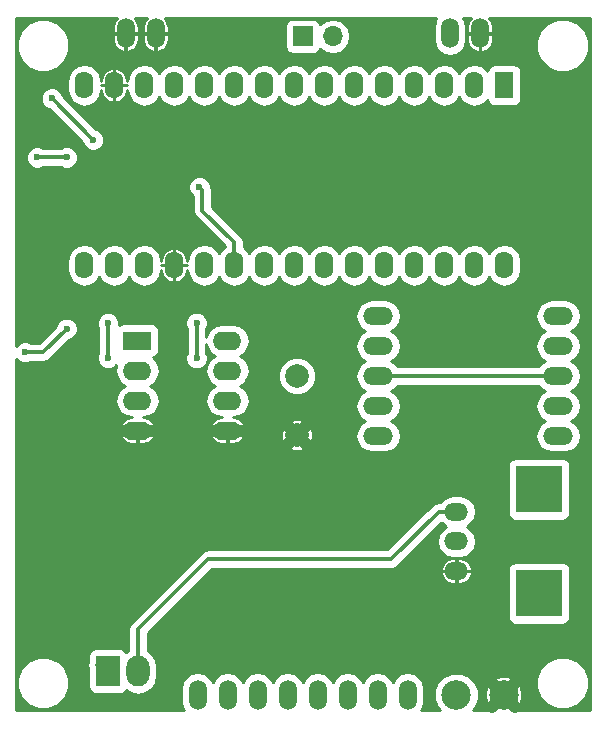
<source format=gbr>
G04 #@! TF.FileFunction,Copper,L2,Bot,Signal*
%FSLAX46Y46*%
G04 Gerber Fmt 4.6, Leading zero omitted, Abs format (unit mm)*
G04 Created by KiCad (PCBNEW 4.0.4-stable) date 06/09/17 11:44:03*
%MOMM*%
%LPD*%
G01*
G04 APERTURE LIST*
%ADD10C,0.100000*%
%ADD11C,2.000000*%
%ADD12O,2.524000X1.524000*%
%ADD13R,2.000000X2.600000*%
%ADD14O,2.000000X2.600000*%
%ADD15R,2.400000X1.600000*%
%ADD16O,2.400000X1.600000*%
%ADD17O,1.520000X2.520000*%
%ADD18O,2.000000X1.524000*%
%ADD19R,4.000000X4.000000*%
%ADD20R,1.574800X2.286000*%
%ADD21O,1.574800X2.286000*%
%ADD22C,2.499360*%
%ADD23R,1.700000X1.700000*%
%ADD24O,1.700000X1.700000*%
%ADD25C,0.600000*%
%ADD26C,1.000000*%
%ADD27C,0.350000*%
%ADD28C,0.254000*%
G04 APERTURE END LIST*
D10*
D11*
X94500000Y-101000000D03*
X94500000Y-106000000D03*
D12*
X116620000Y-106080000D03*
X116620000Y-103540000D03*
X116620000Y-101000000D03*
X116620000Y-98460000D03*
X116620000Y-95920000D03*
X101380000Y-95920000D03*
X101380000Y-98460000D03*
X101380000Y-101000000D03*
X101380000Y-103540000D03*
X101380000Y-106080000D03*
D13*
X78500000Y-126000000D03*
D14*
X81040000Y-126000000D03*
D15*
X81000000Y-98000000D03*
D16*
X88620000Y-105620000D03*
X81000000Y-100540000D03*
X88620000Y-103080000D03*
X81000000Y-103080000D03*
X88620000Y-100540000D03*
X81000000Y-105620000D03*
X88620000Y-98000000D03*
D17*
X80000000Y-72000000D03*
X82540000Y-72000000D03*
X110000000Y-72000000D03*
X107460000Y-72000000D03*
D18*
X108000000Y-112500000D03*
X108000000Y-115000000D03*
X108000000Y-117500000D03*
D19*
X115000000Y-119400000D03*
X115000000Y-110600000D03*
D20*
X112050000Y-76380000D03*
D21*
X109510000Y-76380000D03*
X106970000Y-76380000D03*
X104430000Y-76380000D03*
X101890000Y-76380000D03*
X99350000Y-76380000D03*
X96810000Y-76380000D03*
X94270000Y-76380000D03*
X91730000Y-76380000D03*
X89190000Y-76380000D03*
X86650000Y-76380000D03*
X84110000Y-76380000D03*
X81570000Y-76380000D03*
X79030000Y-76380000D03*
X76490000Y-76380000D03*
X76490000Y-91620000D03*
X79030000Y-91620000D03*
X81570000Y-91620000D03*
X84110000Y-91620000D03*
X86650000Y-91620000D03*
X89190000Y-91620000D03*
X91730000Y-91620000D03*
X94270000Y-91620000D03*
X96810000Y-91620000D03*
X99350000Y-91620000D03*
X101890000Y-91620000D03*
X104430000Y-91620000D03*
X106970000Y-91620000D03*
X109510000Y-91620000D03*
X112050000Y-91620000D03*
D22*
X112000000Y-128000000D03*
X108000000Y-128000000D03*
D17*
X86100000Y-128000000D03*
X88640000Y-128000000D03*
X91180000Y-128000000D03*
X93720000Y-128000000D03*
X96260000Y-128000000D03*
X98800000Y-128000000D03*
X101340000Y-128000000D03*
X103880000Y-128000000D03*
D23*
X95000000Y-72250000D03*
D24*
X97540000Y-72250000D03*
D25*
X76700000Y-104300000D03*
X75300000Y-104300000D03*
X91000000Y-96000000D03*
X71500000Y-99000000D03*
X75000000Y-97000000D03*
X72500000Y-82500000D03*
X75000000Y-82500000D03*
X86000000Y-96500000D03*
X86000000Y-99500000D03*
X78500000Y-96500000D03*
X78500000Y-99500000D03*
X73750000Y-77500000D03*
X77250000Y-81000000D03*
X86250000Y-85000000D03*
D26*
X76400000Y-104300000D02*
X76700000Y-104300000D01*
X75300000Y-104300000D02*
X75300000Y-104250000D01*
X94500000Y-106000000D02*
X93500000Y-107000000D01*
X94500000Y-106000000D02*
X95500000Y-107000000D01*
X94500000Y-106000000D02*
X95500000Y-105000000D01*
X94500000Y-106000000D02*
X93500000Y-105000000D01*
X112000000Y-128000000D02*
X111000000Y-129000000D01*
X112000000Y-128000000D02*
X113000000Y-129000000D01*
X112000000Y-128000000D02*
X113500000Y-126500000D01*
X112000000Y-128000000D02*
X110500000Y-126500000D01*
X81000000Y-105620000D02*
X79120000Y-105620000D01*
X79120000Y-105620000D02*
X79000000Y-105500000D01*
X81000000Y-105620000D02*
X82880000Y-105620000D01*
X82880000Y-105620000D02*
X83000000Y-105500000D01*
X88620000Y-105620000D02*
X90380000Y-105620000D01*
X90380000Y-105620000D02*
X90500000Y-105500000D01*
X88620000Y-105620000D02*
X86620000Y-105620000D01*
X86620000Y-105620000D02*
X86500000Y-105500000D01*
X111500000Y-128000000D02*
X112000000Y-128000000D01*
D27*
X116620000Y-101000000D02*
X101380000Y-101000000D01*
X73000000Y-99000000D02*
X71500000Y-99000000D01*
X75000000Y-97000000D02*
X73000000Y-99000000D01*
X77540000Y-125500000D02*
X78000000Y-125500000D01*
X81040000Y-126000000D02*
X81040000Y-122460000D01*
X106500000Y-112500000D02*
X108000000Y-112500000D01*
X102500000Y-116500000D02*
X106500000Y-112500000D01*
X87000000Y-116500000D02*
X102500000Y-116500000D01*
X81040000Y-122460000D02*
X87000000Y-116500000D01*
X75000000Y-82500000D02*
X72500000Y-82500000D01*
X86000000Y-99500000D02*
X86000000Y-96500000D01*
X78500000Y-99500000D02*
X78500000Y-96500000D01*
X77250000Y-81000000D02*
X73750000Y-77500000D01*
X89190000Y-89690000D02*
X89190000Y-91620000D01*
X86500000Y-87000000D02*
X89190000Y-89690000D01*
X86500000Y-85250000D02*
X86500000Y-87000000D01*
X86250000Y-85000000D02*
X86500000Y-85250000D01*
D28*
G36*
X79247073Y-70711152D02*
X79002507Y-71059332D01*
X78909800Y-71474600D01*
X78909800Y-71974600D01*
X79974600Y-71974600D01*
X79974600Y-71954600D01*
X80025400Y-71954600D01*
X80025400Y-71974600D01*
X81090200Y-71974600D01*
X81090200Y-71474600D01*
X80997493Y-71059332D01*
X80752927Y-70711152D01*
X80751113Y-70710000D01*
X81788887Y-70710000D01*
X81787073Y-70711152D01*
X81542507Y-71059332D01*
X81449800Y-71474600D01*
X81449800Y-71974600D01*
X82514600Y-71974600D01*
X82514600Y-71954600D01*
X82565400Y-71954600D01*
X82565400Y-71974600D01*
X83630200Y-71974600D01*
X83630200Y-71474600D01*
X83613546Y-71400000D01*
X93502560Y-71400000D01*
X93502560Y-73100000D01*
X93546838Y-73335317D01*
X93685910Y-73551441D01*
X93898110Y-73696431D01*
X94150000Y-73747440D01*
X95850000Y-73747440D01*
X96085317Y-73703162D01*
X96301441Y-73564090D01*
X96446431Y-73351890D01*
X96460086Y-73284459D01*
X96489946Y-73329147D01*
X96971715Y-73651054D01*
X97540000Y-73764093D01*
X98108285Y-73651054D01*
X98590054Y-73329147D01*
X98911961Y-72847378D01*
X99025000Y-72279093D01*
X99025000Y-72220907D01*
X98911961Y-71652622D01*
X98590054Y-71170853D01*
X98108285Y-70848946D01*
X97540000Y-70735907D01*
X96971715Y-70848946D01*
X96489946Y-71170853D01*
X96462150Y-71212452D01*
X96453162Y-71164683D01*
X96314090Y-70948559D01*
X96101890Y-70803569D01*
X95850000Y-70752560D01*
X94150000Y-70752560D01*
X93914683Y-70796838D01*
X93698559Y-70935910D01*
X93553569Y-71148110D01*
X93502560Y-71400000D01*
X83613546Y-71400000D01*
X83537493Y-71059332D01*
X83292927Y-70711152D01*
X83291113Y-70710000D01*
X106317540Y-70710000D01*
X106171188Y-70929032D01*
X106065000Y-71462875D01*
X106065000Y-72537125D01*
X106171188Y-73070968D01*
X106473586Y-73523539D01*
X106926157Y-73825937D01*
X107460000Y-73932125D01*
X107993843Y-73825937D01*
X108446414Y-73523539D01*
X108748812Y-73070968D01*
X108855000Y-72537125D01*
X108855000Y-72025400D01*
X108909800Y-72025400D01*
X108909800Y-72525400D01*
X109002507Y-72940668D01*
X109247073Y-73288848D01*
X109606265Y-73516933D01*
X109804414Y-73572512D01*
X109974600Y-73507330D01*
X109974600Y-72025400D01*
X110025400Y-72025400D01*
X110025400Y-73507330D01*
X110195586Y-73572512D01*
X110393735Y-73516933D01*
X110510765Y-73442619D01*
X114764613Y-73442619D01*
X115104155Y-74264372D01*
X115732321Y-74893636D01*
X116553481Y-75234611D01*
X117442619Y-75235387D01*
X118264372Y-74895845D01*
X118893636Y-74267679D01*
X119234611Y-73446519D01*
X119235387Y-72557381D01*
X118895845Y-71735628D01*
X118267679Y-71106364D01*
X117446519Y-70765389D01*
X116557381Y-70764613D01*
X115735628Y-71104155D01*
X115106364Y-71732321D01*
X114765389Y-72553481D01*
X114764613Y-73442619D01*
X110510765Y-73442619D01*
X110752927Y-73288848D01*
X110997493Y-72940668D01*
X111090200Y-72525400D01*
X111090200Y-72025400D01*
X110025400Y-72025400D01*
X109974600Y-72025400D01*
X108909800Y-72025400D01*
X108855000Y-72025400D01*
X108855000Y-71462875D01*
X108748812Y-70929032D01*
X108602460Y-70710000D01*
X109248887Y-70710000D01*
X109247073Y-70711152D01*
X109002507Y-71059332D01*
X108909800Y-71474600D01*
X108909800Y-71974600D01*
X109974600Y-71974600D01*
X109974600Y-71954600D01*
X110025400Y-71954600D01*
X110025400Y-71974600D01*
X111090200Y-71974600D01*
X111090200Y-71474600D01*
X110997493Y-71059332D01*
X110752927Y-70711152D01*
X110751113Y-70710000D01*
X119290000Y-70710000D01*
X119290000Y-129290000D01*
X112943530Y-129290000D01*
X113062549Y-129098470D01*
X112000000Y-128035921D01*
X110937451Y-129098470D01*
X111056470Y-129290000D01*
X109375415Y-129290000D01*
X109596822Y-129068979D01*
X109884352Y-128376531D01*
X109884438Y-128277045D01*
X110413171Y-128277045D01*
X110639982Y-128863209D01*
X110682041Y-128926156D01*
X110901530Y-129062549D01*
X111964079Y-128000000D01*
X112035921Y-128000000D01*
X113098470Y-129062549D01*
X113317959Y-128926156D01*
X113572060Y-128351296D01*
X113586829Y-127722955D01*
X113478356Y-127442619D01*
X114764613Y-127442619D01*
X115104155Y-128264372D01*
X115732321Y-128893636D01*
X116553481Y-129234611D01*
X117442619Y-129235387D01*
X118264372Y-128895845D01*
X118893636Y-128267679D01*
X119234611Y-127446519D01*
X119235387Y-126557381D01*
X118895845Y-125735628D01*
X118267679Y-125106364D01*
X117446519Y-124765389D01*
X116557381Y-124764613D01*
X115735628Y-125104155D01*
X115106364Y-125732321D01*
X114765389Y-126553481D01*
X114764613Y-127442619D01*
X113478356Y-127442619D01*
X113360018Y-127136791D01*
X113317959Y-127073844D01*
X113098470Y-126937451D01*
X112035921Y-128000000D01*
X111964079Y-128000000D01*
X110901530Y-126937451D01*
X110682041Y-127073844D01*
X110427940Y-127648704D01*
X110413171Y-128277045D01*
X109884438Y-128277045D01*
X109885006Y-127626759D01*
X109598686Y-126933809D01*
X109566464Y-126901530D01*
X110937451Y-126901530D01*
X112000000Y-127964079D01*
X113062549Y-126901530D01*
X112926156Y-126682041D01*
X112351296Y-126427940D01*
X111722955Y-126413171D01*
X111136791Y-126639982D01*
X111073844Y-126682041D01*
X110937451Y-126901530D01*
X109566464Y-126901530D01*
X109068979Y-126403178D01*
X108376531Y-126115648D01*
X107626759Y-126114994D01*
X106933809Y-126401314D01*
X106403178Y-126931021D01*
X106115648Y-127623469D01*
X106114994Y-128373241D01*
X106401314Y-129066191D01*
X106624733Y-129290000D01*
X105022460Y-129290000D01*
X105168812Y-129070968D01*
X105275000Y-128537125D01*
X105275000Y-127462875D01*
X105168812Y-126929032D01*
X104866414Y-126476461D01*
X104413843Y-126174063D01*
X103880000Y-126067875D01*
X103346157Y-126174063D01*
X102893586Y-126476461D01*
X102610000Y-126900878D01*
X102326414Y-126476461D01*
X101873843Y-126174063D01*
X101340000Y-126067875D01*
X100806157Y-126174063D01*
X100353586Y-126476461D01*
X100070000Y-126900878D01*
X99786414Y-126476461D01*
X99333843Y-126174063D01*
X98800000Y-126067875D01*
X98266157Y-126174063D01*
X97813586Y-126476461D01*
X97530000Y-126900878D01*
X97246414Y-126476461D01*
X96793843Y-126174063D01*
X96260000Y-126067875D01*
X95726157Y-126174063D01*
X95273586Y-126476461D01*
X94990000Y-126900878D01*
X94706414Y-126476461D01*
X94253843Y-126174063D01*
X93720000Y-126067875D01*
X93186157Y-126174063D01*
X92733586Y-126476461D01*
X92450000Y-126900878D01*
X92166414Y-126476461D01*
X91713843Y-126174063D01*
X91180000Y-126067875D01*
X90646157Y-126174063D01*
X90193586Y-126476461D01*
X89910000Y-126900878D01*
X89626414Y-126476461D01*
X89173843Y-126174063D01*
X88640000Y-126067875D01*
X88106157Y-126174063D01*
X87653586Y-126476461D01*
X87370000Y-126900878D01*
X87086414Y-126476461D01*
X86633843Y-126174063D01*
X86100000Y-126067875D01*
X85566157Y-126174063D01*
X85113586Y-126476461D01*
X84811188Y-126929032D01*
X84705000Y-127462875D01*
X84705000Y-128537125D01*
X84811188Y-129070968D01*
X84957540Y-129290000D01*
X70710000Y-129290000D01*
X70710000Y-127442619D01*
X70764613Y-127442619D01*
X71104155Y-128264372D01*
X71732321Y-128893636D01*
X72553481Y-129234611D01*
X73442619Y-129235387D01*
X74264372Y-128895845D01*
X74893636Y-128267679D01*
X75234611Y-127446519D01*
X75235387Y-126557381D01*
X74895845Y-125735628D01*
X74660629Y-125500000D01*
X76730000Y-125500000D01*
X76791658Y-125809974D01*
X76852560Y-125901120D01*
X76852560Y-127300000D01*
X76896838Y-127535317D01*
X77035910Y-127751441D01*
X77248110Y-127896431D01*
X77500000Y-127947440D01*
X79500000Y-127947440D01*
X79735317Y-127903162D01*
X79951441Y-127764090D01*
X80056951Y-127609671D01*
X80414313Y-127848452D01*
X81040000Y-127972909D01*
X81665687Y-127848452D01*
X82196120Y-127494029D01*
X82550543Y-126963596D01*
X82675000Y-126337909D01*
X82675000Y-125662091D01*
X82550543Y-125036404D01*
X82196120Y-124505971D01*
X81850000Y-124274702D01*
X81850000Y-122795512D01*
X86949613Y-117695899D01*
X106687512Y-117695899D01*
X106743219Y-117894501D01*
X106971738Y-118254342D01*
X107320567Y-118499341D01*
X107736600Y-118592200D01*
X107974600Y-118592200D01*
X107974600Y-117525400D01*
X108025400Y-117525400D01*
X108025400Y-118592200D01*
X108263400Y-118592200D01*
X108679433Y-118499341D01*
X109028262Y-118254342D01*
X109256781Y-117894501D01*
X109312488Y-117695899D01*
X109247330Y-117525400D01*
X108025400Y-117525400D01*
X107974600Y-117525400D01*
X106752670Y-117525400D01*
X106687512Y-117695899D01*
X86949613Y-117695899D01*
X87335513Y-117310000D01*
X102500000Y-117310000D01*
X102529656Y-117304101D01*
X106687512Y-117304101D01*
X106752670Y-117474600D01*
X107974600Y-117474600D01*
X107974600Y-116407800D01*
X108025400Y-116407800D01*
X108025400Y-117474600D01*
X109247330Y-117474600D01*
X109275839Y-117400000D01*
X112352560Y-117400000D01*
X112352560Y-121400000D01*
X112396838Y-121635317D01*
X112535910Y-121851441D01*
X112748110Y-121996431D01*
X113000000Y-122047440D01*
X117000000Y-122047440D01*
X117235317Y-122003162D01*
X117451441Y-121864090D01*
X117596431Y-121651890D01*
X117647440Y-121400000D01*
X117647440Y-117400000D01*
X117603162Y-117164683D01*
X117464090Y-116948559D01*
X117251890Y-116803569D01*
X117000000Y-116752560D01*
X113000000Y-116752560D01*
X112764683Y-116796838D01*
X112548559Y-116935910D01*
X112403569Y-117148110D01*
X112352560Y-117400000D01*
X109275839Y-117400000D01*
X109312488Y-117304101D01*
X109256781Y-117105499D01*
X109028262Y-116745658D01*
X108679433Y-116500659D01*
X108263400Y-116407800D01*
X108025400Y-116407800D01*
X107974600Y-116407800D01*
X107736600Y-116407800D01*
X107320567Y-116500659D01*
X106971738Y-116745658D01*
X106743219Y-117105499D01*
X106687512Y-117304101D01*
X102529656Y-117304101D01*
X102809974Y-117248342D01*
X103072756Y-117072756D01*
X106708312Y-113437201D01*
X106742140Y-113487828D01*
X107134507Y-113750000D01*
X106742140Y-114012172D01*
X106439308Y-114465391D01*
X106332968Y-115000000D01*
X106439308Y-115534609D01*
X106742140Y-115987828D01*
X107195359Y-116290660D01*
X107729968Y-116397000D01*
X108270032Y-116397000D01*
X108804641Y-116290660D01*
X109257860Y-115987828D01*
X109560692Y-115534609D01*
X109667032Y-115000000D01*
X109560692Y-114465391D01*
X109257860Y-114012172D01*
X108865493Y-113750000D01*
X109257860Y-113487828D01*
X109560692Y-113034609D01*
X109667032Y-112500000D01*
X109560692Y-111965391D01*
X109257860Y-111512172D01*
X108804641Y-111209340D01*
X108270032Y-111103000D01*
X107729968Y-111103000D01*
X107195359Y-111209340D01*
X106742140Y-111512172D01*
X106623319Y-111690000D01*
X106500000Y-111690000D01*
X106190026Y-111751658D01*
X106058635Y-111839451D01*
X105927243Y-111927244D01*
X102164488Y-115690000D01*
X87000000Y-115690000D01*
X86827897Y-115724234D01*
X86690027Y-115751657D01*
X86427244Y-115927243D01*
X80467244Y-121887244D01*
X80291658Y-122150026D01*
X80230000Y-122460000D01*
X80230000Y-124274702D01*
X80055808Y-124391093D01*
X79964090Y-124248559D01*
X79751890Y-124103569D01*
X79500000Y-124052560D01*
X77500000Y-124052560D01*
X77264683Y-124096838D01*
X77048559Y-124235910D01*
X76903569Y-124448110D01*
X76852560Y-124700000D01*
X76852560Y-125098880D01*
X76791658Y-125190026D01*
X76730000Y-125500000D01*
X74660629Y-125500000D01*
X74267679Y-125106364D01*
X73446519Y-124765389D01*
X72557381Y-124764613D01*
X71735628Y-125104155D01*
X71106364Y-125732321D01*
X70765389Y-126553481D01*
X70764613Y-127442619D01*
X70710000Y-127442619D01*
X70710000Y-108600000D01*
X112352560Y-108600000D01*
X112352560Y-112600000D01*
X112396838Y-112835317D01*
X112535910Y-113051441D01*
X112748110Y-113196431D01*
X113000000Y-113247440D01*
X117000000Y-113247440D01*
X117235317Y-113203162D01*
X117451441Y-113064090D01*
X117596431Y-112851890D01*
X117647440Y-112600000D01*
X117647440Y-108600000D01*
X117603162Y-108364683D01*
X117464090Y-108148559D01*
X117251890Y-108003569D01*
X117000000Y-107952560D01*
X113000000Y-107952560D01*
X112764683Y-107996838D01*
X112548559Y-108135910D01*
X112403569Y-108348110D01*
X112352560Y-108600000D01*
X70710000Y-108600000D01*
X70710000Y-106918431D01*
X93617490Y-106918431D01*
X93723499Y-107111975D01*
X94208141Y-107324485D01*
X94737216Y-107335354D01*
X95230177Y-107142928D01*
X95276501Y-107111975D01*
X95382510Y-106918431D01*
X94500000Y-106035921D01*
X93617490Y-106918431D01*
X70710000Y-106918431D01*
X70710000Y-105821845D01*
X79487970Y-105821845D01*
X79546112Y-106029042D01*
X79782868Y-106401211D01*
X80144025Y-106654448D01*
X80574600Y-106750200D01*
X80974600Y-106750200D01*
X80974600Y-105645400D01*
X81025400Y-105645400D01*
X81025400Y-106750200D01*
X81425400Y-106750200D01*
X81855975Y-106654448D01*
X82217132Y-106401211D01*
X82453888Y-106029042D01*
X82512030Y-105821845D01*
X87107970Y-105821845D01*
X87166112Y-106029042D01*
X87402868Y-106401211D01*
X87764025Y-106654448D01*
X88194600Y-106750200D01*
X88594600Y-106750200D01*
X88594600Y-105645400D01*
X88645400Y-105645400D01*
X88645400Y-106750200D01*
X89045400Y-106750200D01*
X89475975Y-106654448D01*
X89837132Y-106401211D01*
X89941457Y-106237216D01*
X93164646Y-106237216D01*
X93357072Y-106730177D01*
X93388025Y-106776501D01*
X93581569Y-106882510D01*
X94464079Y-106000000D01*
X94535921Y-106000000D01*
X95418431Y-106882510D01*
X95611975Y-106776501D01*
X95824485Y-106291859D01*
X95835354Y-105762784D01*
X95642928Y-105269823D01*
X95611975Y-105223499D01*
X95418431Y-105117490D01*
X94535921Y-106000000D01*
X94464079Y-106000000D01*
X93581569Y-105117490D01*
X93388025Y-105223499D01*
X93175515Y-105708141D01*
X93164646Y-106237216D01*
X89941457Y-106237216D01*
X90073888Y-106029042D01*
X90132030Y-105821845D01*
X90067342Y-105645400D01*
X88645400Y-105645400D01*
X88594600Y-105645400D01*
X87172658Y-105645400D01*
X87107970Y-105821845D01*
X82512030Y-105821845D01*
X82447342Y-105645400D01*
X81025400Y-105645400D01*
X80974600Y-105645400D01*
X79552658Y-105645400D01*
X79487970Y-105821845D01*
X70710000Y-105821845D01*
X70710000Y-99532065D01*
X70969673Y-99792192D01*
X71313201Y-99934838D01*
X71685167Y-99935162D01*
X71988083Y-99810000D01*
X73000000Y-99810000D01*
X73309974Y-99748342D01*
X73572756Y-99572756D01*
X75228084Y-97917429D01*
X75528943Y-97793117D01*
X75792192Y-97530327D01*
X75934838Y-97186799D01*
X75935162Y-96814833D01*
X75881586Y-96685167D01*
X77564838Y-96685167D01*
X77690000Y-96988083D01*
X77690000Y-99012559D01*
X77565162Y-99313201D01*
X77564838Y-99685167D01*
X77706883Y-100028943D01*
X77969673Y-100292192D01*
X78313201Y-100434838D01*
X78685167Y-100435162D01*
X79028943Y-100293117D01*
X79215128Y-100107257D01*
X79129050Y-100540000D01*
X79238283Y-101089151D01*
X79549352Y-101554698D01*
X79931438Y-101810000D01*
X79549352Y-102065302D01*
X79238283Y-102530849D01*
X79129050Y-103080000D01*
X79238283Y-103629151D01*
X79549352Y-104094698D01*
X80014899Y-104405767D01*
X80509803Y-104504210D01*
X80144025Y-104585552D01*
X79782868Y-104838789D01*
X79546112Y-105210958D01*
X79487970Y-105418155D01*
X79552658Y-105594600D01*
X80974600Y-105594600D01*
X80974600Y-105574600D01*
X81025400Y-105574600D01*
X81025400Y-105594600D01*
X82447342Y-105594600D01*
X82512030Y-105418155D01*
X82453888Y-105210958D01*
X82217132Y-104838789D01*
X81855975Y-104585552D01*
X81490197Y-104504210D01*
X81985101Y-104405767D01*
X82450648Y-104094698D01*
X82761717Y-103629151D01*
X82870950Y-103080000D01*
X82761717Y-102530849D01*
X82450648Y-102065302D01*
X82068562Y-101810000D01*
X82450648Y-101554698D01*
X82761717Y-101089151D01*
X82870950Y-100540000D01*
X82761717Y-99990849D01*
X82450648Y-99525302D01*
X82304650Y-99427749D01*
X82435317Y-99403162D01*
X82651441Y-99264090D01*
X82796431Y-99051890D01*
X82847440Y-98800000D01*
X82847440Y-97200000D01*
X82803162Y-96964683D01*
X82664090Y-96748559D01*
X82571313Y-96685167D01*
X85064838Y-96685167D01*
X85190000Y-96988083D01*
X85190000Y-99012559D01*
X85065162Y-99313201D01*
X85064838Y-99685167D01*
X85206883Y-100028943D01*
X85469673Y-100292192D01*
X85813201Y-100434838D01*
X86185167Y-100435162D01*
X86528943Y-100293117D01*
X86792192Y-100030327D01*
X86934838Y-99686799D01*
X86935162Y-99314833D01*
X86810000Y-99011917D01*
X86810000Y-98306416D01*
X86858283Y-98549151D01*
X87169352Y-99014698D01*
X87551438Y-99270000D01*
X87169352Y-99525302D01*
X86858283Y-99990849D01*
X86749050Y-100540000D01*
X86858283Y-101089151D01*
X87169352Y-101554698D01*
X87551438Y-101810000D01*
X87169352Y-102065302D01*
X86858283Y-102530849D01*
X86749050Y-103080000D01*
X86858283Y-103629151D01*
X87169352Y-104094698D01*
X87634899Y-104405767D01*
X88129803Y-104504210D01*
X87764025Y-104585552D01*
X87402868Y-104838789D01*
X87166112Y-105210958D01*
X87107970Y-105418155D01*
X87172658Y-105594600D01*
X88594600Y-105594600D01*
X88594600Y-105574600D01*
X88645400Y-105574600D01*
X88645400Y-105594600D01*
X90067342Y-105594600D01*
X90132030Y-105418155D01*
X90073888Y-105210958D01*
X89991577Y-105081569D01*
X93617490Y-105081569D01*
X94500000Y-105964079D01*
X95382510Y-105081569D01*
X95276501Y-104888025D01*
X94791859Y-104675515D01*
X94262784Y-104664646D01*
X93769823Y-104857072D01*
X93723499Y-104888025D01*
X93617490Y-105081569D01*
X89991577Y-105081569D01*
X89837132Y-104838789D01*
X89475975Y-104585552D01*
X89110197Y-104504210D01*
X89605101Y-104405767D01*
X90070648Y-104094698D01*
X90381717Y-103629151D01*
X90490950Y-103080000D01*
X90381717Y-102530849D01*
X90070648Y-102065302D01*
X89688562Y-101810000D01*
X90070648Y-101554698D01*
X90224932Y-101323795D01*
X92864716Y-101323795D01*
X93113106Y-101924943D01*
X93572637Y-102385278D01*
X94173352Y-102634716D01*
X94823795Y-102635284D01*
X95424943Y-102386894D01*
X95885278Y-101927363D01*
X96134716Y-101326648D01*
X96135284Y-100676205D01*
X95886894Y-100075057D01*
X95427363Y-99614722D01*
X94826648Y-99365284D01*
X94176205Y-99364716D01*
X93575057Y-99613106D01*
X93114722Y-100072637D01*
X92865284Y-100673352D01*
X92864716Y-101323795D01*
X90224932Y-101323795D01*
X90381717Y-101089151D01*
X90490950Y-100540000D01*
X90381717Y-99990849D01*
X90070648Y-99525302D01*
X89688562Y-99270000D01*
X90070648Y-99014698D01*
X90381717Y-98549151D01*
X90490950Y-98000000D01*
X90381717Y-97450849D01*
X90070648Y-96985302D01*
X89605101Y-96674233D01*
X89055950Y-96565000D01*
X88184050Y-96565000D01*
X87634899Y-96674233D01*
X87169352Y-96985302D01*
X86858283Y-97450849D01*
X86810000Y-97693584D01*
X86810000Y-96987441D01*
X86934838Y-96686799D01*
X86935162Y-96314833D01*
X86793117Y-95971057D01*
X86742150Y-95920000D01*
X99445836Y-95920000D01*
X99552176Y-96454609D01*
X99855008Y-96907828D01*
X100277307Y-97190000D01*
X99855008Y-97472172D01*
X99552176Y-97925391D01*
X99445836Y-98460000D01*
X99552176Y-98994609D01*
X99855008Y-99447828D01*
X100277307Y-99730000D01*
X99855008Y-100012172D01*
X99552176Y-100465391D01*
X99445836Y-101000000D01*
X99552176Y-101534609D01*
X99855008Y-101987828D01*
X100277307Y-102270000D01*
X99855008Y-102552172D01*
X99552176Y-103005391D01*
X99445836Y-103540000D01*
X99552176Y-104074609D01*
X99855008Y-104527828D01*
X100277307Y-104810000D01*
X99855008Y-105092172D01*
X99552176Y-105545391D01*
X99445836Y-106080000D01*
X99552176Y-106614609D01*
X99855008Y-107067828D01*
X100308227Y-107370660D01*
X100842836Y-107477000D01*
X101917164Y-107477000D01*
X102451773Y-107370660D01*
X102904992Y-107067828D01*
X103207824Y-106614609D01*
X103314164Y-106080000D01*
X103207824Y-105545391D01*
X102904992Y-105092172D01*
X102482693Y-104810000D01*
X102904992Y-104527828D01*
X103207824Y-104074609D01*
X103314164Y-103540000D01*
X103207824Y-103005391D01*
X102904992Y-102552172D01*
X102482693Y-102270000D01*
X102904992Y-101987828D01*
X103023813Y-101810000D01*
X114976187Y-101810000D01*
X115095008Y-101987828D01*
X115517307Y-102270000D01*
X115095008Y-102552172D01*
X114792176Y-103005391D01*
X114685836Y-103540000D01*
X114792176Y-104074609D01*
X115095008Y-104527828D01*
X115517307Y-104810000D01*
X115095008Y-105092172D01*
X114792176Y-105545391D01*
X114685836Y-106080000D01*
X114792176Y-106614609D01*
X115095008Y-107067828D01*
X115548227Y-107370660D01*
X116082836Y-107477000D01*
X117157164Y-107477000D01*
X117691773Y-107370660D01*
X118144992Y-107067828D01*
X118447824Y-106614609D01*
X118554164Y-106080000D01*
X118447824Y-105545391D01*
X118144992Y-105092172D01*
X117722693Y-104810000D01*
X118144992Y-104527828D01*
X118447824Y-104074609D01*
X118554164Y-103540000D01*
X118447824Y-103005391D01*
X118144992Y-102552172D01*
X117722693Y-102270000D01*
X118144992Y-101987828D01*
X118447824Y-101534609D01*
X118554164Y-101000000D01*
X118447824Y-100465391D01*
X118144992Y-100012172D01*
X117722693Y-99730000D01*
X118144992Y-99447828D01*
X118447824Y-98994609D01*
X118554164Y-98460000D01*
X118447824Y-97925391D01*
X118144992Y-97472172D01*
X117722693Y-97190000D01*
X118144992Y-96907828D01*
X118447824Y-96454609D01*
X118554164Y-95920000D01*
X118447824Y-95385391D01*
X118144992Y-94932172D01*
X117691773Y-94629340D01*
X117157164Y-94523000D01*
X116082836Y-94523000D01*
X115548227Y-94629340D01*
X115095008Y-94932172D01*
X114792176Y-95385391D01*
X114685836Y-95920000D01*
X114792176Y-96454609D01*
X115095008Y-96907828D01*
X115517307Y-97190000D01*
X115095008Y-97472172D01*
X114792176Y-97925391D01*
X114685836Y-98460000D01*
X114792176Y-98994609D01*
X115095008Y-99447828D01*
X115517307Y-99730000D01*
X115095008Y-100012172D01*
X114976187Y-100190000D01*
X103023813Y-100190000D01*
X102904992Y-100012172D01*
X102482693Y-99730000D01*
X102904992Y-99447828D01*
X103207824Y-98994609D01*
X103314164Y-98460000D01*
X103207824Y-97925391D01*
X102904992Y-97472172D01*
X102482693Y-97190000D01*
X102904992Y-96907828D01*
X103207824Y-96454609D01*
X103314164Y-95920000D01*
X103207824Y-95385391D01*
X102904992Y-94932172D01*
X102451773Y-94629340D01*
X101917164Y-94523000D01*
X100842836Y-94523000D01*
X100308227Y-94629340D01*
X99855008Y-94932172D01*
X99552176Y-95385391D01*
X99445836Y-95920000D01*
X86742150Y-95920000D01*
X86530327Y-95707808D01*
X86186799Y-95565162D01*
X85814833Y-95564838D01*
X85471057Y-95706883D01*
X85207808Y-95969673D01*
X85065162Y-96313201D01*
X85064838Y-96685167D01*
X82571313Y-96685167D01*
X82451890Y-96603569D01*
X82200000Y-96552560D01*
X79800000Y-96552560D01*
X79564683Y-96596838D01*
X79434844Y-96680387D01*
X79435162Y-96314833D01*
X79293117Y-95971057D01*
X79030327Y-95707808D01*
X78686799Y-95565162D01*
X78314833Y-95564838D01*
X77971057Y-95706883D01*
X77707808Y-95969673D01*
X77565162Y-96313201D01*
X77564838Y-96685167D01*
X75881586Y-96685167D01*
X75793117Y-96471057D01*
X75530327Y-96207808D01*
X75186799Y-96065162D01*
X74814833Y-96064838D01*
X74471057Y-96206883D01*
X74207808Y-96469673D01*
X74082116Y-96772371D01*
X72664488Y-98190000D01*
X71987441Y-98190000D01*
X71686799Y-98065162D01*
X71314833Y-98064838D01*
X70971057Y-98206883D01*
X70710000Y-98467485D01*
X70710000Y-91229567D01*
X75067600Y-91229567D01*
X75067600Y-92010433D01*
X75175874Y-92554762D01*
X75484211Y-93016222D01*
X75945671Y-93324559D01*
X76490000Y-93432833D01*
X77034329Y-93324559D01*
X77495789Y-93016222D01*
X77760000Y-92620801D01*
X78024211Y-93016222D01*
X78485671Y-93324559D01*
X79030000Y-93432833D01*
X79574329Y-93324559D01*
X80035789Y-93016222D01*
X80300000Y-92620801D01*
X80564211Y-93016222D01*
X81025671Y-93324559D01*
X81570000Y-93432833D01*
X82114329Y-93324559D01*
X82575789Y-93016222D01*
X82884126Y-92554762D01*
X82992400Y-92010433D01*
X82992400Y-92001000D01*
X83087192Y-92426754D01*
X83337698Y-92783824D01*
X83705780Y-93017849D01*
X83910127Y-93075182D01*
X84084600Y-93010338D01*
X84084600Y-91645400D01*
X82992400Y-91645400D01*
X82992400Y-91594600D01*
X84084600Y-91594600D01*
X84084600Y-90229662D01*
X84135400Y-90229662D01*
X84135400Y-91594600D01*
X85227600Y-91594600D01*
X85227600Y-91645400D01*
X84135400Y-91645400D01*
X84135400Y-93010338D01*
X84309873Y-93075182D01*
X84514220Y-93017849D01*
X84882302Y-92783824D01*
X85132808Y-92426754D01*
X85227600Y-92001000D01*
X85227600Y-92010433D01*
X85335874Y-92554762D01*
X85644211Y-93016222D01*
X86105671Y-93324559D01*
X86650000Y-93432833D01*
X87194329Y-93324559D01*
X87655789Y-93016222D01*
X87920000Y-92620801D01*
X88184211Y-93016222D01*
X88645671Y-93324559D01*
X89190000Y-93432833D01*
X89734329Y-93324559D01*
X90195789Y-93016222D01*
X90460000Y-92620801D01*
X90724211Y-93016222D01*
X91185671Y-93324559D01*
X91730000Y-93432833D01*
X92274329Y-93324559D01*
X92735789Y-93016222D01*
X93000000Y-92620801D01*
X93264211Y-93016222D01*
X93725671Y-93324559D01*
X94270000Y-93432833D01*
X94814329Y-93324559D01*
X95275789Y-93016222D01*
X95540000Y-92620801D01*
X95804211Y-93016222D01*
X96265671Y-93324559D01*
X96810000Y-93432833D01*
X97354329Y-93324559D01*
X97815789Y-93016222D01*
X98080000Y-92620801D01*
X98344211Y-93016222D01*
X98805671Y-93324559D01*
X99350000Y-93432833D01*
X99894329Y-93324559D01*
X100355789Y-93016222D01*
X100620000Y-92620801D01*
X100884211Y-93016222D01*
X101345671Y-93324559D01*
X101890000Y-93432833D01*
X102434329Y-93324559D01*
X102895789Y-93016222D01*
X103160000Y-92620801D01*
X103424211Y-93016222D01*
X103885671Y-93324559D01*
X104430000Y-93432833D01*
X104974329Y-93324559D01*
X105435789Y-93016222D01*
X105700000Y-92620801D01*
X105964211Y-93016222D01*
X106425671Y-93324559D01*
X106970000Y-93432833D01*
X107514329Y-93324559D01*
X107975789Y-93016222D01*
X108240000Y-92620801D01*
X108504211Y-93016222D01*
X108965671Y-93324559D01*
X109510000Y-93432833D01*
X110054329Y-93324559D01*
X110515789Y-93016222D01*
X110780000Y-92620801D01*
X111044211Y-93016222D01*
X111505671Y-93324559D01*
X112050000Y-93432833D01*
X112594329Y-93324559D01*
X113055789Y-93016222D01*
X113364126Y-92554762D01*
X113472400Y-92010433D01*
X113472400Y-91229567D01*
X113364126Y-90685238D01*
X113055789Y-90223778D01*
X112594329Y-89915441D01*
X112050000Y-89807167D01*
X111505671Y-89915441D01*
X111044211Y-90223778D01*
X110780000Y-90619199D01*
X110515789Y-90223778D01*
X110054329Y-89915441D01*
X109510000Y-89807167D01*
X108965671Y-89915441D01*
X108504211Y-90223778D01*
X108240000Y-90619199D01*
X107975789Y-90223778D01*
X107514329Y-89915441D01*
X106970000Y-89807167D01*
X106425671Y-89915441D01*
X105964211Y-90223778D01*
X105700000Y-90619199D01*
X105435789Y-90223778D01*
X104974329Y-89915441D01*
X104430000Y-89807167D01*
X103885671Y-89915441D01*
X103424211Y-90223778D01*
X103160000Y-90619199D01*
X102895789Y-90223778D01*
X102434329Y-89915441D01*
X101890000Y-89807167D01*
X101345671Y-89915441D01*
X100884211Y-90223778D01*
X100620000Y-90619199D01*
X100355789Y-90223778D01*
X99894329Y-89915441D01*
X99350000Y-89807167D01*
X98805671Y-89915441D01*
X98344211Y-90223778D01*
X98080000Y-90619199D01*
X97815789Y-90223778D01*
X97354329Y-89915441D01*
X96810000Y-89807167D01*
X96265671Y-89915441D01*
X95804211Y-90223778D01*
X95540000Y-90619199D01*
X95275789Y-90223778D01*
X94814329Y-89915441D01*
X94270000Y-89807167D01*
X93725671Y-89915441D01*
X93264211Y-90223778D01*
X93000000Y-90619199D01*
X92735789Y-90223778D01*
X92274329Y-89915441D01*
X91730000Y-89807167D01*
X91185671Y-89915441D01*
X90724211Y-90223778D01*
X90460000Y-90619199D01*
X90195789Y-90223778D01*
X90000000Y-90092956D01*
X90000000Y-89690000D01*
X89938342Y-89380026D01*
X89850549Y-89248635D01*
X89762756Y-89117243D01*
X87310000Y-86664488D01*
X87310000Y-85250000D01*
X87248342Y-84940026D01*
X87185135Y-84845431D01*
X87185162Y-84814833D01*
X87043117Y-84471057D01*
X86780327Y-84207808D01*
X86436799Y-84065162D01*
X86064833Y-84064838D01*
X85721057Y-84206883D01*
X85457808Y-84469673D01*
X85315162Y-84813201D01*
X85314838Y-85185167D01*
X85456883Y-85528943D01*
X85690000Y-85762467D01*
X85690000Y-87000000D01*
X85751658Y-87309974D01*
X85927244Y-87572756D01*
X88380000Y-90025513D01*
X88380000Y-90092956D01*
X88184211Y-90223778D01*
X87920000Y-90619199D01*
X87655789Y-90223778D01*
X87194329Y-89915441D01*
X86650000Y-89807167D01*
X86105671Y-89915441D01*
X85644211Y-90223778D01*
X85335874Y-90685238D01*
X85227600Y-91229567D01*
X85227600Y-91239000D01*
X85132808Y-90813246D01*
X84882302Y-90456176D01*
X84514220Y-90222151D01*
X84309873Y-90164818D01*
X84135400Y-90229662D01*
X84084600Y-90229662D01*
X83910127Y-90164818D01*
X83705780Y-90222151D01*
X83337698Y-90456176D01*
X83087192Y-90813246D01*
X82992400Y-91239000D01*
X82992400Y-91229567D01*
X82884126Y-90685238D01*
X82575789Y-90223778D01*
X82114329Y-89915441D01*
X81570000Y-89807167D01*
X81025671Y-89915441D01*
X80564211Y-90223778D01*
X80300000Y-90619199D01*
X80035789Y-90223778D01*
X79574329Y-89915441D01*
X79030000Y-89807167D01*
X78485671Y-89915441D01*
X78024211Y-90223778D01*
X77760000Y-90619199D01*
X77495789Y-90223778D01*
X77034329Y-89915441D01*
X76490000Y-89807167D01*
X75945671Y-89915441D01*
X75484211Y-90223778D01*
X75175874Y-90685238D01*
X75067600Y-91229567D01*
X70710000Y-91229567D01*
X70710000Y-82685167D01*
X71564838Y-82685167D01*
X71706883Y-83028943D01*
X71969673Y-83292192D01*
X72313201Y-83434838D01*
X72685167Y-83435162D01*
X72988083Y-83310000D01*
X74512559Y-83310000D01*
X74813201Y-83434838D01*
X75185167Y-83435162D01*
X75528943Y-83293117D01*
X75792192Y-83030327D01*
X75934838Y-82686799D01*
X75935162Y-82314833D01*
X75793117Y-81971057D01*
X75530327Y-81707808D01*
X75186799Y-81565162D01*
X74814833Y-81564838D01*
X74511917Y-81690000D01*
X72987441Y-81690000D01*
X72686799Y-81565162D01*
X72314833Y-81564838D01*
X71971057Y-81706883D01*
X71707808Y-81969673D01*
X71565162Y-82313201D01*
X71564838Y-82685167D01*
X70710000Y-82685167D01*
X70710000Y-77685167D01*
X72814838Y-77685167D01*
X72956883Y-78028943D01*
X73219673Y-78292192D01*
X73522372Y-78417884D01*
X76332571Y-81228084D01*
X76456883Y-81528943D01*
X76719673Y-81792192D01*
X77063201Y-81934838D01*
X77435167Y-81935162D01*
X77778943Y-81793117D01*
X78042192Y-81530327D01*
X78184838Y-81186799D01*
X78185162Y-80814833D01*
X78043117Y-80471057D01*
X77780327Y-80207808D01*
X77477629Y-80082116D01*
X74667430Y-77271918D01*
X74543117Y-76971057D01*
X74280327Y-76707808D01*
X73936799Y-76565162D01*
X73564833Y-76564838D01*
X73221057Y-76706883D01*
X72957808Y-76969673D01*
X72815162Y-77313201D01*
X72814838Y-77685167D01*
X70710000Y-77685167D01*
X70710000Y-75989567D01*
X75067600Y-75989567D01*
X75067600Y-76770433D01*
X75175874Y-77314762D01*
X75484211Y-77776222D01*
X75945671Y-78084559D01*
X76490000Y-78192833D01*
X77034329Y-78084559D01*
X77495789Y-77776222D01*
X77804126Y-77314762D01*
X77912400Y-76770433D01*
X77912400Y-76761000D01*
X78007192Y-77186754D01*
X78257698Y-77543824D01*
X78625780Y-77777849D01*
X78830127Y-77835182D01*
X79004600Y-77770338D01*
X79004600Y-76405400D01*
X77912400Y-76405400D01*
X77912400Y-76354600D01*
X79004600Y-76354600D01*
X79004600Y-74989662D01*
X79055400Y-74989662D01*
X79055400Y-76354600D01*
X80147600Y-76354600D01*
X80147600Y-76405400D01*
X79055400Y-76405400D01*
X79055400Y-77770338D01*
X79229873Y-77835182D01*
X79434220Y-77777849D01*
X79802302Y-77543824D01*
X80052808Y-77186754D01*
X80147600Y-76761000D01*
X80147600Y-76770433D01*
X80255874Y-77314762D01*
X80564211Y-77776222D01*
X81025671Y-78084559D01*
X81570000Y-78192833D01*
X82114329Y-78084559D01*
X82575789Y-77776222D01*
X82840000Y-77380801D01*
X83104211Y-77776222D01*
X83565671Y-78084559D01*
X84110000Y-78192833D01*
X84654329Y-78084559D01*
X85115789Y-77776222D01*
X85380000Y-77380801D01*
X85644211Y-77776222D01*
X86105671Y-78084559D01*
X86650000Y-78192833D01*
X87194329Y-78084559D01*
X87655789Y-77776222D01*
X87920000Y-77380801D01*
X88184211Y-77776222D01*
X88645671Y-78084559D01*
X89190000Y-78192833D01*
X89734329Y-78084559D01*
X90195789Y-77776222D01*
X90460000Y-77380801D01*
X90724211Y-77776222D01*
X91185671Y-78084559D01*
X91730000Y-78192833D01*
X92274329Y-78084559D01*
X92735789Y-77776222D01*
X93000000Y-77380801D01*
X93264211Y-77776222D01*
X93725671Y-78084559D01*
X94270000Y-78192833D01*
X94814329Y-78084559D01*
X95275789Y-77776222D01*
X95540000Y-77380801D01*
X95804211Y-77776222D01*
X96265671Y-78084559D01*
X96810000Y-78192833D01*
X97354329Y-78084559D01*
X97815789Y-77776222D01*
X98080000Y-77380801D01*
X98344211Y-77776222D01*
X98805671Y-78084559D01*
X99350000Y-78192833D01*
X99894329Y-78084559D01*
X100355789Y-77776222D01*
X100620000Y-77380801D01*
X100884211Y-77776222D01*
X101345671Y-78084559D01*
X101890000Y-78192833D01*
X102434329Y-78084559D01*
X102895789Y-77776222D01*
X103160000Y-77380801D01*
X103424211Y-77776222D01*
X103885671Y-78084559D01*
X104430000Y-78192833D01*
X104974329Y-78084559D01*
X105435789Y-77776222D01*
X105700000Y-77380801D01*
X105964211Y-77776222D01*
X106425671Y-78084559D01*
X106970000Y-78192833D01*
X107514329Y-78084559D01*
X107975789Y-77776222D01*
X108240000Y-77380801D01*
X108504211Y-77776222D01*
X108965671Y-78084559D01*
X109510000Y-78192833D01*
X110054329Y-78084559D01*
X110515789Y-77776222D01*
X110630503Y-77604540D01*
X110659438Y-77758317D01*
X110798510Y-77974441D01*
X111010710Y-78119431D01*
X111262600Y-78170440D01*
X112837400Y-78170440D01*
X113072717Y-78126162D01*
X113288841Y-77987090D01*
X113433831Y-77774890D01*
X113484840Y-77523000D01*
X113484840Y-75237000D01*
X113440562Y-75001683D01*
X113301490Y-74785559D01*
X113089290Y-74640569D01*
X112837400Y-74589560D01*
X111262600Y-74589560D01*
X111027283Y-74633838D01*
X110811159Y-74772910D01*
X110666169Y-74985110D01*
X110631400Y-75156803D01*
X110515789Y-74983778D01*
X110054329Y-74675441D01*
X109510000Y-74567167D01*
X108965671Y-74675441D01*
X108504211Y-74983778D01*
X108240000Y-75379199D01*
X107975789Y-74983778D01*
X107514329Y-74675441D01*
X106970000Y-74567167D01*
X106425671Y-74675441D01*
X105964211Y-74983778D01*
X105700000Y-75379199D01*
X105435789Y-74983778D01*
X104974329Y-74675441D01*
X104430000Y-74567167D01*
X103885671Y-74675441D01*
X103424211Y-74983778D01*
X103160000Y-75379199D01*
X102895789Y-74983778D01*
X102434329Y-74675441D01*
X101890000Y-74567167D01*
X101345671Y-74675441D01*
X100884211Y-74983778D01*
X100620000Y-75379199D01*
X100355789Y-74983778D01*
X99894329Y-74675441D01*
X99350000Y-74567167D01*
X98805671Y-74675441D01*
X98344211Y-74983778D01*
X98080000Y-75379199D01*
X97815789Y-74983778D01*
X97354329Y-74675441D01*
X96810000Y-74567167D01*
X96265671Y-74675441D01*
X95804211Y-74983778D01*
X95540000Y-75379199D01*
X95275789Y-74983778D01*
X94814329Y-74675441D01*
X94270000Y-74567167D01*
X93725671Y-74675441D01*
X93264211Y-74983778D01*
X93000000Y-75379199D01*
X92735789Y-74983778D01*
X92274329Y-74675441D01*
X91730000Y-74567167D01*
X91185671Y-74675441D01*
X90724211Y-74983778D01*
X90460000Y-75379199D01*
X90195789Y-74983778D01*
X89734329Y-74675441D01*
X89190000Y-74567167D01*
X88645671Y-74675441D01*
X88184211Y-74983778D01*
X87920000Y-75379199D01*
X87655789Y-74983778D01*
X87194329Y-74675441D01*
X86650000Y-74567167D01*
X86105671Y-74675441D01*
X85644211Y-74983778D01*
X85380000Y-75379199D01*
X85115789Y-74983778D01*
X84654329Y-74675441D01*
X84110000Y-74567167D01*
X83565671Y-74675441D01*
X83104211Y-74983778D01*
X82840000Y-75379199D01*
X82575789Y-74983778D01*
X82114329Y-74675441D01*
X81570000Y-74567167D01*
X81025671Y-74675441D01*
X80564211Y-74983778D01*
X80255874Y-75445238D01*
X80147600Y-75989567D01*
X80147600Y-75999000D01*
X80052808Y-75573246D01*
X79802302Y-75216176D01*
X79434220Y-74982151D01*
X79229873Y-74924818D01*
X79055400Y-74989662D01*
X79004600Y-74989662D01*
X78830127Y-74924818D01*
X78625780Y-74982151D01*
X78257698Y-75216176D01*
X78007192Y-75573246D01*
X77912400Y-75999000D01*
X77912400Y-75989567D01*
X77804126Y-75445238D01*
X77495789Y-74983778D01*
X77034329Y-74675441D01*
X76490000Y-74567167D01*
X75945671Y-74675441D01*
X75484211Y-74983778D01*
X75175874Y-75445238D01*
X75067600Y-75989567D01*
X70710000Y-75989567D01*
X70710000Y-73442619D01*
X70764613Y-73442619D01*
X71104155Y-74264372D01*
X71732321Y-74893636D01*
X72553481Y-75234611D01*
X73442619Y-75235387D01*
X74264372Y-74895845D01*
X74893636Y-74267679D01*
X75234611Y-73446519D01*
X75235387Y-72557381D01*
X75015577Y-72025400D01*
X78909800Y-72025400D01*
X78909800Y-72525400D01*
X79002507Y-72940668D01*
X79247073Y-73288848D01*
X79606265Y-73516933D01*
X79804414Y-73572512D01*
X79974600Y-73507330D01*
X79974600Y-72025400D01*
X80025400Y-72025400D01*
X80025400Y-73507330D01*
X80195586Y-73572512D01*
X80393735Y-73516933D01*
X80752927Y-73288848D01*
X80997493Y-72940668D01*
X81090200Y-72525400D01*
X81090200Y-72025400D01*
X81449800Y-72025400D01*
X81449800Y-72525400D01*
X81542507Y-72940668D01*
X81787073Y-73288848D01*
X82146265Y-73516933D01*
X82344414Y-73572512D01*
X82514600Y-73507330D01*
X82514600Y-72025400D01*
X82565400Y-72025400D01*
X82565400Y-73507330D01*
X82735586Y-73572512D01*
X82933735Y-73516933D01*
X83292927Y-73288848D01*
X83537493Y-72940668D01*
X83630200Y-72525400D01*
X83630200Y-72025400D01*
X82565400Y-72025400D01*
X82514600Y-72025400D01*
X81449800Y-72025400D01*
X81090200Y-72025400D01*
X80025400Y-72025400D01*
X79974600Y-72025400D01*
X78909800Y-72025400D01*
X75015577Y-72025400D01*
X74895845Y-71735628D01*
X74267679Y-71106364D01*
X73446519Y-70765389D01*
X72557381Y-70764613D01*
X71735628Y-71104155D01*
X71106364Y-71732321D01*
X70765389Y-72553481D01*
X70764613Y-73442619D01*
X70710000Y-73442619D01*
X70710000Y-70710000D01*
X79248887Y-70710000D01*
X79247073Y-70711152D01*
X79247073Y-70711152D01*
G37*
X79247073Y-70711152D02*
X79002507Y-71059332D01*
X78909800Y-71474600D01*
X78909800Y-71974600D01*
X79974600Y-71974600D01*
X79974600Y-71954600D01*
X80025400Y-71954600D01*
X80025400Y-71974600D01*
X81090200Y-71974600D01*
X81090200Y-71474600D01*
X80997493Y-71059332D01*
X80752927Y-70711152D01*
X80751113Y-70710000D01*
X81788887Y-70710000D01*
X81787073Y-70711152D01*
X81542507Y-71059332D01*
X81449800Y-71474600D01*
X81449800Y-71974600D01*
X82514600Y-71974600D01*
X82514600Y-71954600D01*
X82565400Y-71954600D01*
X82565400Y-71974600D01*
X83630200Y-71974600D01*
X83630200Y-71474600D01*
X83613546Y-71400000D01*
X93502560Y-71400000D01*
X93502560Y-73100000D01*
X93546838Y-73335317D01*
X93685910Y-73551441D01*
X93898110Y-73696431D01*
X94150000Y-73747440D01*
X95850000Y-73747440D01*
X96085317Y-73703162D01*
X96301441Y-73564090D01*
X96446431Y-73351890D01*
X96460086Y-73284459D01*
X96489946Y-73329147D01*
X96971715Y-73651054D01*
X97540000Y-73764093D01*
X98108285Y-73651054D01*
X98590054Y-73329147D01*
X98911961Y-72847378D01*
X99025000Y-72279093D01*
X99025000Y-72220907D01*
X98911961Y-71652622D01*
X98590054Y-71170853D01*
X98108285Y-70848946D01*
X97540000Y-70735907D01*
X96971715Y-70848946D01*
X96489946Y-71170853D01*
X96462150Y-71212452D01*
X96453162Y-71164683D01*
X96314090Y-70948559D01*
X96101890Y-70803569D01*
X95850000Y-70752560D01*
X94150000Y-70752560D01*
X93914683Y-70796838D01*
X93698559Y-70935910D01*
X93553569Y-71148110D01*
X93502560Y-71400000D01*
X83613546Y-71400000D01*
X83537493Y-71059332D01*
X83292927Y-70711152D01*
X83291113Y-70710000D01*
X106317540Y-70710000D01*
X106171188Y-70929032D01*
X106065000Y-71462875D01*
X106065000Y-72537125D01*
X106171188Y-73070968D01*
X106473586Y-73523539D01*
X106926157Y-73825937D01*
X107460000Y-73932125D01*
X107993843Y-73825937D01*
X108446414Y-73523539D01*
X108748812Y-73070968D01*
X108855000Y-72537125D01*
X108855000Y-72025400D01*
X108909800Y-72025400D01*
X108909800Y-72525400D01*
X109002507Y-72940668D01*
X109247073Y-73288848D01*
X109606265Y-73516933D01*
X109804414Y-73572512D01*
X109974600Y-73507330D01*
X109974600Y-72025400D01*
X110025400Y-72025400D01*
X110025400Y-73507330D01*
X110195586Y-73572512D01*
X110393735Y-73516933D01*
X110510765Y-73442619D01*
X114764613Y-73442619D01*
X115104155Y-74264372D01*
X115732321Y-74893636D01*
X116553481Y-75234611D01*
X117442619Y-75235387D01*
X118264372Y-74895845D01*
X118893636Y-74267679D01*
X119234611Y-73446519D01*
X119235387Y-72557381D01*
X118895845Y-71735628D01*
X118267679Y-71106364D01*
X117446519Y-70765389D01*
X116557381Y-70764613D01*
X115735628Y-71104155D01*
X115106364Y-71732321D01*
X114765389Y-72553481D01*
X114764613Y-73442619D01*
X110510765Y-73442619D01*
X110752927Y-73288848D01*
X110997493Y-72940668D01*
X111090200Y-72525400D01*
X111090200Y-72025400D01*
X110025400Y-72025400D01*
X109974600Y-72025400D01*
X108909800Y-72025400D01*
X108855000Y-72025400D01*
X108855000Y-71462875D01*
X108748812Y-70929032D01*
X108602460Y-70710000D01*
X109248887Y-70710000D01*
X109247073Y-70711152D01*
X109002507Y-71059332D01*
X108909800Y-71474600D01*
X108909800Y-71974600D01*
X109974600Y-71974600D01*
X109974600Y-71954600D01*
X110025400Y-71954600D01*
X110025400Y-71974600D01*
X111090200Y-71974600D01*
X111090200Y-71474600D01*
X110997493Y-71059332D01*
X110752927Y-70711152D01*
X110751113Y-70710000D01*
X119290000Y-70710000D01*
X119290000Y-129290000D01*
X112943530Y-129290000D01*
X113062549Y-129098470D01*
X112000000Y-128035921D01*
X110937451Y-129098470D01*
X111056470Y-129290000D01*
X109375415Y-129290000D01*
X109596822Y-129068979D01*
X109884352Y-128376531D01*
X109884438Y-128277045D01*
X110413171Y-128277045D01*
X110639982Y-128863209D01*
X110682041Y-128926156D01*
X110901530Y-129062549D01*
X111964079Y-128000000D01*
X112035921Y-128000000D01*
X113098470Y-129062549D01*
X113317959Y-128926156D01*
X113572060Y-128351296D01*
X113586829Y-127722955D01*
X113478356Y-127442619D01*
X114764613Y-127442619D01*
X115104155Y-128264372D01*
X115732321Y-128893636D01*
X116553481Y-129234611D01*
X117442619Y-129235387D01*
X118264372Y-128895845D01*
X118893636Y-128267679D01*
X119234611Y-127446519D01*
X119235387Y-126557381D01*
X118895845Y-125735628D01*
X118267679Y-125106364D01*
X117446519Y-124765389D01*
X116557381Y-124764613D01*
X115735628Y-125104155D01*
X115106364Y-125732321D01*
X114765389Y-126553481D01*
X114764613Y-127442619D01*
X113478356Y-127442619D01*
X113360018Y-127136791D01*
X113317959Y-127073844D01*
X113098470Y-126937451D01*
X112035921Y-128000000D01*
X111964079Y-128000000D01*
X110901530Y-126937451D01*
X110682041Y-127073844D01*
X110427940Y-127648704D01*
X110413171Y-128277045D01*
X109884438Y-128277045D01*
X109885006Y-127626759D01*
X109598686Y-126933809D01*
X109566464Y-126901530D01*
X110937451Y-126901530D01*
X112000000Y-127964079D01*
X113062549Y-126901530D01*
X112926156Y-126682041D01*
X112351296Y-126427940D01*
X111722955Y-126413171D01*
X111136791Y-126639982D01*
X111073844Y-126682041D01*
X110937451Y-126901530D01*
X109566464Y-126901530D01*
X109068979Y-126403178D01*
X108376531Y-126115648D01*
X107626759Y-126114994D01*
X106933809Y-126401314D01*
X106403178Y-126931021D01*
X106115648Y-127623469D01*
X106114994Y-128373241D01*
X106401314Y-129066191D01*
X106624733Y-129290000D01*
X105022460Y-129290000D01*
X105168812Y-129070968D01*
X105275000Y-128537125D01*
X105275000Y-127462875D01*
X105168812Y-126929032D01*
X104866414Y-126476461D01*
X104413843Y-126174063D01*
X103880000Y-126067875D01*
X103346157Y-126174063D01*
X102893586Y-126476461D01*
X102610000Y-126900878D01*
X102326414Y-126476461D01*
X101873843Y-126174063D01*
X101340000Y-126067875D01*
X100806157Y-126174063D01*
X100353586Y-126476461D01*
X100070000Y-126900878D01*
X99786414Y-126476461D01*
X99333843Y-126174063D01*
X98800000Y-126067875D01*
X98266157Y-126174063D01*
X97813586Y-126476461D01*
X97530000Y-126900878D01*
X97246414Y-126476461D01*
X96793843Y-126174063D01*
X96260000Y-126067875D01*
X95726157Y-126174063D01*
X95273586Y-126476461D01*
X94990000Y-126900878D01*
X94706414Y-126476461D01*
X94253843Y-126174063D01*
X93720000Y-126067875D01*
X93186157Y-126174063D01*
X92733586Y-126476461D01*
X92450000Y-126900878D01*
X92166414Y-126476461D01*
X91713843Y-126174063D01*
X91180000Y-126067875D01*
X90646157Y-126174063D01*
X90193586Y-126476461D01*
X89910000Y-126900878D01*
X89626414Y-126476461D01*
X89173843Y-126174063D01*
X88640000Y-126067875D01*
X88106157Y-126174063D01*
X87653586Y-126476461D01*
X87370000Y-126900878D01*
X87086414Y-126476461D01*
X86633843Y-126174063D01*
X86100000Y-126067875D01*
X85566157Y-126174063D01*
X85113586Y-126476461D01*
X84811188Y-126929032D01*
X84705000Y-127462875D01*
X84705000Y-128537125D01*
X84811188Y-129070968D01*
X84957540Y-129290000D01*
X70710000Y-129290000D01*
X70710000Y-127442619D01*
X70764613Y-127442619D01*
X71104155Y-128264372D01*
X71732321Y-128893636D01*
X72553481Y-129234611D01*
X73442619Y-129235387D01*
X74264372Y-128895845D01*
X74893636Y-128267679D01*
X75234611Y-127446519D01*
X75235387Y-126557381D01*
X74895845Y-125735628D01*
X74660629Y-125500000D01*
X76730000Y-125500000D01*
X76791658Y-125809974D01*
X76852560Y-125901120D01*
X76852560Y-127300000D01*
X76896838Y-127535317D01*
X77035910Y-127751441D01*
X77248110Y-127896431D01*
X77500000Y-127947440D01*
X79500000Y-127947440D01*
X79735317Y-127903162D01*
X79951441Y-127764090D01*
X80056951Y-127609671D01*
X80414313Y-127848452D01*
X81040000Y-127972909D01*
X81665687Y-127848452D01*
X82196120Y-127494029D01*
X82550543Y-126963596D01*
X82675000Y-126337909D01*
X82675000Y-125662091D01*
X82550543Y-125036404D01*
X82196120Y-124505971D01*
X81850000Y-124274702D01*
X81850000Y-122795512D01*
X86949613Y-117695899D01*
X106687512Y-117695899D01*
X106743219Y-117894501D01*
X106971738Y-118254342D01*
X107320567Y-118499341D01*
X107736600Y-118592200D01*
X107974600Y-118592200D01*
X107974600Y-117525400D01*
X108025400Y-117525400D01*
X108025400Y-118592200D01*
X108263400Y-118592200D01*
X108679433Y-118499341D01*
X109028262Y-118254342D01*
X109256781Y-117894501D01*
X109312488Y-117695899D01*
X109247330Y-117525400D01*
X108025400Y-117525400D01*
X107974600Y-117525400D01*
X106752670Y-117525400D01*
X106687512Y-117695899D01*
X86949613Y-117695899D01*
X87335513Y-117310000D01*
X102500000Y-117310000D01*
X102529656Y-117304101D01*
X106687512Y-117304101D01*
X106752670Y-117474600D01*
X107974600Y-117474600D01*
X107974600Y-116407800D01*
X108025400Y-116407800D01*
X108025400Y-117474600D01*
X109247330Y-117474600D01*
X109275839Y-117400000D01*
X112352560Y-117400000D01*
X112352560Y-121400000D01*
X112396838Y-121635317D01*
X112535910Y-121851441D01*
X112748110Y-121996431D01*
X113000000Y-122047440D01*
X117000000Y-122047440D01*
X117235317Y-122003162D01*
X117451441Y-121864090D01*
X117596431Y-121651890D01*
X117647440Y-121400000D01*
X117647440Y-117400000D01*
X117603162Y-117164683D01*
X117464090Y-116948559D01*
X117251890Y-116803569D01*
X117000000Y-116752560D01*
X113000000Y-116752560D01*
X112764683Y-116796838D01*
X112548559Y-116935910D01*
X112403569Y-117148110D01*
X112352560Y-117400000D01*
X109275839Y-117400000D01*
X109312488Y-117304101D01*
X109256781Y-117105499D01*
X109028262Y-116745658D01*
X108679433Y-116500659D01*
X108263400Y-116407800D01*
X108025400Y-116407800D01*
X107974600Y-116407800D01*
X107736600Y-116407800D01*
X107320567Y-116500659D01*
X106971738Y-116745658D01*
X106743219Y-117105499D01*
X106687512Y-117304101D01*
X102529656Y-117304101D01*
X102809974Y-117248342D01*
X103072756Y-117072756D01*
X106708312Y-113437201D01*
X106742140Y-113487828D01*
X107134507Y-113750000D01*
X106742140Y-114012172D01*
X106439308Y-114465391D01*
X106332968Y-115000000D01*
X106439308Y-115534609D01*
X106742140Y-115987828D01*
X107195359Y-116290660D01*
X107729968Y-116397000D01*
X108270032Y-116397000D01*
X108804641Y-116290660D01*
X109257860Y-115987828D01*
X109560692Y-115534609D01*
X109667032Y-115000000D01*
X109560692Y-114465391D01*
X109257860Y-114012172D01*
X108865493Y-113750000D01*
X109257860Y-113487828D01*
X109560692Y-113034609D01*
X109667032Y-112500000D01*
X109560692Y-111965391D01*
X109257860Y-111512172D01*
X108804641Y-111209340D01*
X108270032Y-111103000D01*
X107729968Y-111103000D01*
X107195359Y-111209340D01*
X106742140Y-111512172D01*
X106623319Y-111690000D01*
X106500000Y-111690000D01*
X106190026Y-111751658D01*
X106058635Y-111839451D01*
X105927243Y-111927244D01*
X102164488Y-115690000D01*
X87000000Y-115690000D01*
X86827897Y-115724234D01*
X86690027Y-115751657D01*
X86427244Y-115927243D01*
X80467244Y-121887244D01*
X80291658Y-122150026D01*
X80230000Y-122460000D01*
X80230000Y-124274702D01*
X80055808Y-124391093D01*
X79964090Y-124248559D01*
X79751890Y-124103569D01*
X79500000Y-124052560D01*
X77500000Y-124052560D01*
X77264683Y-124096838D01*
X77048559Y-124235910D01*
X76903569Y-124448110D01*
X76852560Y-124700000D01*
X76852560Y-125098880D01*
X76791658Y-125190026D01*
X76730000Y-125500000D01*
X74660629Y-125500000D01*
X74267679Y-125106364D01*
X73446519Y-124765389D01*
X72557381Y-124764613D01*
X71735628Y-125104155D01*
X71106364Y-125732321D01*
X70765389Y-126553481D01*
X70764613Y-127442619D01*
X70710000Y-127442619D01*
X70710000Y-108600000D01*
X112352560Y-108600000D01*
X112352560Y-112600000D01*
X112396838Y-112835317D01*
X112535910Y-113051441D01*
X112748110Y-113196431D01*
X113000000Y-113247440D01*
X117000000Y-113247440D01*
X117235317Y-113203162D01*
X117451441Y-113064090D01*
X117596431Y-112851890D01*
X117647440Y-112600000D01*
X117647440Y-108600000D01*
X117603162Y-108364683D01*
X117464090Y-108148559D01*
X117251890Y-108003569D01*
X117000000Y-107952560D01*
X113000000Y-107952560D01*
X112764683Y-107996838D01*
X112548559Y-108135910D01*
X112403569Y-108348110D01*
X112352560Y-108600000D01*
X70710000Y-108600000D01*
X70710000Y-106918431D01*
X93617490Y-106918431D01*
X93723499Y-107111975D01*
X94208141Y-107324485D01*
X94737216Y-107335354D01*
X95230177Y-107142928D01*
X95276501Y-107111975D01*
X95382510Y-106918431D01*
X94500000Y-106035921D01*
X93617490Y-106918431D01*
X70710000Y-106918431D01*
X70710000Y-105821845D01*
X79487970Y-105821845D01*
X79546112Y-106029042D01*
X79782868Y-106401211D01*
X80144025Y-106654448D01*
X80574600Y-106750200D01*
X80974600Y-106750200D01*
X80974600Y-105645400D01*
X81025400Y-105645400D01*
X81025400Y-106750200D01*
X81425400Y-106750200D01*
X81855975Y-106654448D01*
X82217132Y-106401211D01*
X82453888Y-106029042D01*
X82512030Y-105821845D01*
X87107970Y-105821845D01*
X87166112Y-106029042D01*
X87402868Y-106401211D01*
X87764025Y-106654448D01*
X88194600Y-106750200D01*
X88594600Y-106750200D01*
X88594600Y-105645400D01*
X88645400Y-105645400D01*
X88645400Y-106750200D01*
X89045400Y-106750200D01*
X89475975Y-106654448D01*
X89837132Y-106401211D01*
X89941457Y-106237216D01*
X93164646Y-106237216D01*
X93357072Y-106730177D01*
X93388025Y-106776501D01*
X93581569Y-106882510D01*
X94464079Y-106000000D01*
X94535921Y-106000000D01*
X95418431Y-106882510D01*
X95611975Y-106776501D01*
X95824485Y-106291859D01*
X95835354Y-105762784D01*
X95642928Y-105269823D01*
X95611975Y-105223499D01*
X95418431Y-105117490D01*
X94535921Y-106000000D01*
X94464079Y-106000000D01*
X93581569Y-105117490D01*
X93388025Y-105223499D01*
X93175515Y-105708141D01*
X93164646Y-106237216D01*
X89941457Y-106237216D01*
X90073888Y-106029042D01*
X90132030Y-105821845D01*
X90067342Y-105645400D01*
X88645400Y-105645400D01*
X88594600Y-105645400D01*
X87172658Y-105645400D01*
X87107970Y-105821845D01*
X82512030Y-105821845D01*
X82447342Y-105645400D01*
X81025400Y-105645400D01*
X80974600Y-105645400D01*
X79552658Y-105645400D01*
X79487970Y-105821845D01*
X70710000Y-105821845D01*
X70710000Y-99532065D01*
X70969673Y-99792192D01*
X71313201Y-99934838D01*
X71685167Y-99935162D01*
X71988083Y-99810000D01*
X73000000Y-99810000D01*
X73309974Y-99748342D01*
X73572756Y-99572756D01*
X75228084Y-97917429D01*
X75528943Y-97793117D01*
X75792192Y-97530327D01*
X75934838Y-97186799D01*
X75935162Y-96814833D01*
X75881586Y-96685167D01*
X77564838Y-96685167D01*
X77690000Y-96988083D01*
X77690000Y-99012559D01*
X77565162Y-99313201D01*
X77564838Y-99685167D01*
X77706883Y-100028943D01*
X77969673Y-100292192D01*
X78313201Y-100434838D01*
X78685167Y-100435162D01*
X79028943Y-100293117D01*
X79215128Y-100107257D01*
X79129050Y-100540000D01*
X79238283Y-101089151D01*
X79549352Y-101554698D01*
X79931438Y-101810000D01*
X79549352Y-102065302D01*
X79238283Y-102530849D01*
X79129050Y-103080000D01*
X79238283Y-103629151D01*
X79549352Y-104094698D01*
X80014899Y-104405767D01*
X80509803Y-104504210D01*
X80144025Y-104585552D01*
X79782868Y-104838789D01*
X79546112Y-105210958D01*
X79487970Y-105418155D01*
X79552658Y-105594600D01*
X80974600Y-105594600D01*
X80974600Y-105574600D01*
X81025400Y-105574600D01*
X81025400Y-105594600D01*
X82447342Y-105594600D01*
X82512030Y-105418155D01*
X82453888Y-105210958D01*
X82217132Y-104838789D01*
X81855975Y-104585552D01*
X81490197Y-104504210D01*
X81985101Y-104405767D01*
X82450648Y-104094698D01*
X82761717Y-103629151D01*
X82870950Y-103080000D01*
X82761717Y-102530849D01*
X82450648Y-102065302D01*
X82068562Y-101810000D01*
X82450648Y-101554698D01*
X82761717Y-101089151D01*
X82870950Y-100540000D01*
X82761717Y-99990849D01*
X82450648Y-99525302D01*
X82304650Y-99427749D01*
X82435317Y-99403162D01*
X82651441Y-99264090D01*
X82796431Y-99051890D01*
X82847440Y-98800000D01*
X82847440Y-97200000D01*
X82803162Y-96964683D01*
X82664090Y-96748559D01*
X82571313Y-96685167D01*
X85064838Y-96685167D01*
X85190000Y-96988083D01*
X85190000Y-99012559D01*
X85065162Y-99313201D01*
X85064838Y-99685167D01*
X85206883Y-100028943D01*
X85469673Y-100292192D01*
X85813201Y-100434838D01*
X86185167Y-100435162D01*
X86528943Y-100293117D01*
X86792192Y-100030327D01*
X86934838Y-99686799D01*
X86935162Y-99314833D01*
X86810000Y-99011917D01*
X86810000Y-98306416D01*
X86858283Y-98549151D01*
X87169352Y-99014698D01*
X87551438Y-99270000D01*
X87169352Y-99525302D01*
X86858283Y-99990849D01*
X86749050Y-100540000D01*
X86858283Y-101089151D01*
X87169352Y-101554698D01*
X87551438Y-101810000D01*
X87169352Y-102065302D01*
X86858283Y-102530849D01*
X86749050Y-103080000D01*
X86858283Y-103629151D01*
X87169352Y-104094698D01*
X87634899Y-104405767D01*
X88129803Y-104504210D01*
X87764025Y-104585552D01*
X87402868Y-104838789D01*
X87166112Y-105210958D01*
X87107970Y-105418155D01*
X87172658Y-105594600D01*
X88594600Y-105594600D01*
X88594600Y-105574600D01*
X88645400Y-105574600D01*
X88645400Y-105594600D01*
X90067342Y-105594600D01*
X90132030Y-105418155D01*
X90073888Y-105210958D01*
X89991577Y-105081569D01*
X93617490Y-105081569D01*
X94500000Y-105964079D01*
X95382510Y-105081569D01*
X95276501Y-104888025D01*
X94791859Y-104675515D01*
X94262784Y-104664646D01*
X93769823Y-104857072D01*
X93723499Y-104888025D01*
X93617490Y-105081569D01*
X89991577Y-105081569D01*
X89837132Y-104838789D01*
X89475975Y-104585552D01*
X89110197Y-104504210D01*
X89605101Y-104405767D01*
X90070648Y-104094698D01*
X90381717Y-103629151D01*
X90490950Y-103080000D01*
X90381717Y-102530849D01*
X90070648Y-102065302D01*
X89688562Y-101810000D01*
X90070648Y-101554698D01*
X90224932Y-101323795D01*
X92864716Y-101323795D01*
X93113106Y-101924943D01*
X93572637Y-102385278D01*
X94173352Y-102634716D01*
X94823795Y-102635284D01*
X95424943Y-102386894D01*
X95885278Y-101927363D01*
X96134716Y-101326648D01*
X96135284Y-100676205D01*
X95886894Y-100075057D01*
X95427363Y-99614722D01*
X94826648Y-99365284D01*
X94176205Y-99364716D01*
X93575057Y-99613106D01*
X93114722Y-100072637D01*
X92865284Y-100673352D01*
X92864716Y-101323795D01*
X90224932Y-101323795D01*
X90381717Y-101089151D01*
X90490950Y-100540000D01*
X90381717Y-99990849D01*
X90070648Y-99525302D01*
X89688562Y-99270000D01*
X90070648Y-99014698D01*
X90381717Y-98549151D01*
X90490950Y-98000000D01*
X90381717Y-97450849D01*
X90070648Y-96985302D01*
X89605101Y-96674233D01*
X89055950Y-96565000D01*
X88184050Y-96565000D01*
X87634899Y-96674233D01*
X87169352Y-96985302D01*
X86858283Y-97450849D01*
X86810000Y-97693584D01*
X86810000Y-96987441D01*
X86934838Y-96686799D01*
X86935162Y-96314833D01*
X86793117Y-95971057D01*
X86742150Y-95920000D01*
X99445836Y-95920000D01*
X99552176Y-96454609D01*
X99855008Y-96907828D01*
X100277307Y-97190000D01*
X99855008Y-97472172D01*
X99552176Y-97925391D01*
X99445836Y-98460000D01*
X99552176Y-98994609D01*
X99855008Y-99447828D01*
X100277307Y-99730000D01*
X99855008Y-100012172D01*
X99552176Y-100465391D01*
X99445836Y-101000000D01*
X99552176Y-101534609D01*
X99855008Y-101987828D01*
X100277307Y-102270000D01*
X99855008Y-102552172D01*
X99552176Y-103005391D01*
X99445836Y-103540000D01*
X99552176Y-104074609D01*
X99855008Y-104527828D01*
X100277307Y-104810000D01*
X99855008Y-105092172D01*
X99552176Y-105545391D01*
X99445836Y-106080000D01*
X99552176Y-106614609D01*
X99855008Y-107067828D01*
X100308227Y-107370660D01*
X100842836Y-107477000D01*
X101917164Y-107477000D01*
X102451773Y-107370660D01*
X102904992Y-107067828D01*
X103207824Y-106614609D01*
X103314164Y-106080000D01*
X103207824Y-105545391D01*
X102904992Y-105092172D01*
X102482693Y-104810000D01*
X102904992Y-104527828D01*
X103207824Y-104074609D01*
X103314164Y-103540000D01*
X103207824Y-103005391D01*
X102904992Y-102552172D01*
X102482693Y-102270000D01*
X102904992Y-101987828D01*
X103023813Y-101810000D01*
X114976187Y-101810000D01*
X115095008Y-101987828D01*
X115517307Y-102270000D01*
X115095008Y-102552172D01*
X114792176Y-103005391D01*
X114685836Y-103540000D01*
X114792176Y-104074609D01*
X115095008Y-104527828D01*
X115517307Y-104810000D01*
X115095008Y-105092172D01*
X114792176Y-105545391D01*
X114685836Y-106080000D01*
X114792176Y-106614609D01*
X115095008Y-107067828D01*
X115548227Y-107370660D01*
X116082836Y-107477000D01*
X117157164Y-107477000D01*
X117691773Y-107370660D01*
X118144992Y-107067828D01*
X118447824Y-106614609D01*
X118554164Y-106080000D01*
X118447824Y-105545391D01*
X118144992Y-105092172D01*
X117722693Y-104810000D01*
X118144992Y-104527828D01*
X118447824Y-104074609D01*
X118554164Y-103540000D01*
X118447824Y-103005391D01*
X118144992Y-102552172D01*
X117722693Y-102270000D01*
X118144992Y-101987828D01*
X118447824Y-101534609D01*
X118554164Y-101000000D01*
X118447824Y-100465391D01*
X118144992Y-100012172D01*
X117722693Y-99730000D01*
X118144992Y-99447828D01*
X118447824Y-98994609D01*
X118554164Y-98460000D01*
X118447824Y-97925391D01*
X118144992Y-97472172D01*
X117722693Y-97190000D01*
X118144992Y-96907828D01*
X118447824Y-96454609D01*
X118554164Y-95920000D01*
X118447824Y-95385391D01*
X118144992Y-94932172D01*
X117691773Y-94629340D01*
X117157164Y-94523000D01*
X116082836Y-94523000D01*
X115548227Y-94629340D01*
X115095008Y-94932172D01*
X114792176Y-95385391D01*
X114685836Y-95920000D01*
X114792176Y-96454609D01*
X115095008Y-96907828D01*
X115517307Y-97190000D01*
X115095008Y-97472172D01*
X114792176Y-97925391D01*
X114685836Y-98460000D01*
X114792176Y-98994609D01*
X115095008Y-99447828D01*
X115517307Y-99730000D01*
X115095008Y-100012172D01*
X114976187Y-100190000D01*
X103023813Y-100190000D01*
X102904992Y-100012172D01*
X102482693Y-99730000D01*
X102904992Y-99447828D01*
X103207824Y-98994609D01*
X103314164Y-98460000D01*
X103207824Y-97925391D01*
X102904992Y-97472172D01*
X102482693Y-97190000D01*
X102904992Y-96907828D01*
X103207824Y-96454609D01*
X103314164Y-95920000D01*
X103207824Y-95385391D01*
X102904992Y-94932172D01*
X102451773Y-94629340D01*
X101917164Y-94523000D01*
X100842836Y-94523000D01*
X100308227Y-94629340D01*
X99855008Y-94932172D01*
X99552176Y-95385391D01*
X99445836Y-95920000D01*
X86742150Y-95920000D01*
X86530327Y-95707808D01*
X86186799Y-95565162D01*
X85814833Y-95564838D01*
X85471057Y-95706883D01*
X85207808Y-95969673D01*
X85065162Y-96313201D01*
X85064838Y-96685167D01*
X82571313Y-96685167D01*
X82451890Y-96603569D01*
X82200000Y-96552560D01*
X79800000Y-96552560D01*
X79564683Y-96596838D01*
X79434844Y-96680387D01*
X79435162Y-96314833D01*
X79293117Y-95971057D01*
X79030327Y-95707808D01*
X78686799Y-95565162D01*
X78314833Y-95564838D01*
X77971057Y-95706883D01*
X77707808Y-95969673D01*
X77565162Y-96313201D01*
X77564838Y-96685167D01*
X75881586Y-96685167D01*
X75793117Y-96471057D01*
X75530327Y-96207808D01*
X75186799Y-96065162D01*
X74814833Y-96064838D01*
X74471057Y-96206883D01*
X74207808Y-96469673D01*
X74082116Y-96772371D01*
X72664488Y-98190000D01*
X71987441Y-98190000D01*
X71686799Y-98065162D01*
X71314833Y-98064838D01*
X70971057Y-98206883D01*
X70710000Y-98467485D01*
X70710000Y-91229567D01*
X75067600Y-91229567D01*
X75067600Y-92010433D01*
X75175874Y-92554762D01*
X75484211Y-93016222D01*
X75945671Y-93324559D01*
X76490000Y-93432833D01*
X77034329Y-93324559D01*
X77495789Y-93016222D01*
X77760000Y-92620801D01*
X78024211Y-93016222D01*
X78485671Y-93324559D01*
X79030000Y-93432833D01*
X79574329Y-93324559D01*
X80035789Y-93016222D01*
X80300000Y-92620801D01*
X80564211Y-93016222D01*
X81025671Y-93324559D01*
X81570000Y-93432833D01*
X82114329Y-93324559D01*
X82575789Y-93016222D01*
X82884126Y-92554762D01*
X82992400Y-92010433D01*
X82992400Y-92001000D01*
X83087192Y-92426754D01*
X83337698Y-92783824D01*
X83705780Y-93017849D01*
X83910127Y-93075182D01*
X84084600Y-93010338D01*
X84084600Y-91645400D01*
X82992400Y-91645400D01*
X82992400Y-91594600D01*
X84084600Y-91594600D01*
X84084600Y-90229662D01*
X84135400Y-90229662D01*
X84135400Y-91594600D01*
X85227600Y-91594600D01*
X85227600Y-91645400D01*
X84135400Y-91645400D01*
X84135400Y-93010338D01*
X84309873Y-93075182D01*
X84514220Y-93017849D01*
X84882302Y-92783824D01*
X85132808Y-92426754D01*
X85227600Y-92001000D01*
X85227600Y-92010433D01*
X85335874Y-92554762D01*
X85644211Y-93016222D01*
X86105671Y-93324559D01*
X86650000Y-93432833D01*
X87194329Y-93324559D01*
X87655789Y-93016222D01*
X87920000Y-92620801D01*
X88184211Y-93016222D01*
X88645671Y-93324559D01*
X89190000Y-93432833D01*
X89734329Y-93324559D01*
X90195789Y-93016222D01*
X90460000Y-92620801D01*
X90724211Y-93016222D01*
X91185671Y-93324559D01*
X91730000Y-93432833D01*
X92274329Y-93324559D01*
X92735789Y-93016222D01*
X93000000Y-92620801D01*
X93264211Y-93016222D01*
X93725671Y-93324559D01*
X94270000Y-93432833D01*
X94814329Y-93324559D01*
X95275789Y-93016222D01*
X95540000Y-92620801D01*
X95804211Y-93016222D01*
X96265671Y-93324559D01*
X96810000Y-93432833D01*
X97354329Y-93324559D01*
X97815789Y-93016222D01*
X98080000Y-92620801D01*
X98344211Y-93016222D01*
X98805671Y-93324559D01*
X99350000Y-93432833D01*
X99894329Y-93324559D01*
X100355789Y-93016222D01*
X100620000Y-92620801D01*
X100884211Y-93016222D01*
X101345671Y-93324559D01*
X101890000Y-93432833D01*
X102434329Y-93324559D01*
X102895789Y-93016222D01*
X103160000Y-92620801D01*
X103424211Y-93016222D01*
X103885671Y-93324559D01*
X104430000Y-93432833D01*
X104974329Y-93324559D01*
X105435789Y-93016222D01*
X105700000Y-92620801D01*
X105964211Y-93016222D01*
X106425671Y-93324559D01*
X106970000Y-93432833D01*
X107514329Y-93324559D01*
X107975789Y-93016222D01*
X108240000Y-92620801D01*
X108504211Y-93016222D01*
X108965671Y-93324559D01*
X109510000Y-93432833D01*
X110054329Y-93324559D01*
X110515789Y-93016222D01*
X110780000Y-92620801D01*
X111044211Y-93016222D01*
X111505671Y-93324559D01*
X112050000Y-93432833D01*
X112594329Y-93324559D01*
X113055789Y-93016222D01*
X113364126Y-92554762D01*
X113472400Y-92010433D01*
X113472400Y-91229567D01*
X113364126Y-90685238D01*
X113055789Y-90223778D01*
X112594329Y-89915441D01*
X112050000Y-89807167D01*
X111505671Y-89915441D01*
X111044211Y-90223778D01*
X110780000Y-90619199D01*
X110515789Y-90223778D01*
X110054329Y-89915441D01*
X109510000Y-89807167D01*
X108965671Y-89915441D01*
X108504211Y-90223778D01*
X108240000Y-90619199D01*
X107975789Y-90223778D01*
X107514329Y-89915441D01*
X106970000Y-89807167D01*
X106425671Y-89915441D01*
X105964211Y-90223778D01*
X105700000Y-90619199D01*
X105435789Y-90223778D01*
X104974329Y-89915441D01*
X104430000Y-89807167D01*
X103885671Y-89915441D01*
X103424211Y-90223778D01*
X103160000Y-90619199D01*
X102895789Y-90223778D01*
X102434329Y-89915441D01*
X101890000Y-89807167D01*
X101345671Y-89915441D01*
X100884211Y-90223778D01*
X100620000Y-90619199D01*
X100355789Y-90223778D01*
X99894329Y-89915441D01*
X99350000Y-89807167D01*
X98805671Y-89915441D01*
X98344211Y-90223778D01*
X98080000Y-90619199D01*
X97815789Y-90223778D01*
X97354329Y-89915441D01*
X96810000Y-89807167D01*
X96265671Y-89915441D01*
X95804211Y-90223778D01*
X95540000Y-90619199D01*
X95275789Y-90223778D01*
X94814329Y-89915441D01*
X94270000Y-89807167D01*
X93725671Y-89915441D01*
X93264211Y-90223778D01*
X93000000Y-90619199D01*
X92735789Y-90223778D01*
X92274329Y-89915441D01*
X91730000Y-89807167D01*
X91185671Y-89915441D01*
X90724211Y-90223778D01*
X90460000Y-90619199D01*
X90195789Y-90223778D01*
X90000000Y-90092956D01*
X90000000Y-89690000D01*
X89938342Y-89380026D01*
X89850549Y-89248635D01*
X89762756Y-89117243D01*
X87310000Y-86664488D01*
X87310000Y-85250000D01*
X87248342Y-84940026D01*
X87185135Y-84845431D01*
X87185162Y-84814833D01*
X87043117Y-84471057D01*
X86780327Y-84207808D01*
X86436799Y-84065162D01*
X86064833Y-84064838D01*
X85721057Y-84206883D01*
X85457808Y-84469673D01*
X85315162Y-84813201D01*
X85314838Y-85185167D01*
X85456883Y-85528943D01*
X85690000Y-85762467D01*
X85690000Y-87000000D01*
X85751658Y-87309974D01*
X85927244Y-87572756D01*
X88380000Y-90025513D01*
X88380000Y-90092956D01*
X88184211Y-90223778D01*
X87920000Y-90619199D01*
X87655789Y-90223778D01*
X87194329Y-89915441D01*
X86650000Y-89807167D01*
X86105671Y-89915441D01*
X85644211Y-90223778D01*
X85335874Y-90685238D01*
X85227600Y-91229567D01*
X85227600Y-91239000D01*
X85132808Y-90813246D01*
X84882302Y-90456176D01*
X84514220Y-90222151D01*
X84309873Y-90164818D01*
X84135400Y-90229662D01*
X84084600Y-90229662D01*
X83910127Y-90164818D01*
X83705780Y-90222151D01*
X83337698Y-90456176D01*
X83087192Y-90813246D01*
X82992400Y-91239000D01*
X82992400Y-91229567D01*
X82884126Y-90685238D01*
X82575789Y-90223778D01*
X82114329Y-89915441D01*
X81570000Y-89807167D01*
X81025671Y-89915441D01*
X80564211Y-90223778D01*
X80300000Y-90619199D01*
X80035789Y-90223778D01*
X79574329Y-89915441D01*
X79030000Y-89807167D01*
X78485671Y-89915441D01*
X78024211Y-90223778D01*
X77760000Y-90619199D01*
X77495789Y-90223778D01*
X77034329Y-89915441D01*
X76490000Y-89807167D01*
X75945671Y-89915441D01*
X75484211Y-90223778D01*
X75175874Y-90685238D01*
X75067600Y-91229567D01*
X70710000Y-91229567D01*
X70710000Y-82685167D01*
X71564838Y-82685167D01*
X71706883Y-83028943D01*
X71969673Y-83292192D01*
X72313201Y-83434838D01*
X72685167Y-83435162D01*
X72988083Y-83310000D01*
X74512559Y-83310000D01*
X74813201Y-83434838D01*
X75185167Y-83435162D01*
X75528943Y-83293117D01*
X75792192Y-83030327D01*
X75934838Y-82686799D01*
X75935162Y-82314833D01*
X75793117Y-81971057D01*
X75530327Y-81707808D01*
X75186799Y-81565162D01*
X74814833Y-81564838D01*
X74511917Y-81690000D01*
X72987441Y-81690000D01*
X72686799Y-81565162D01*
X72314833Y-81564838D01*
X71971057Y-81706883D01*
X71707808Y-81969673D01*
X71565162Y-82313201D01*
X71564838Y-82685167D01*
X70710000Y-82685167D01*
X70710000Y-77685167D01*
X72814838Y-77685167D01*
X72956883Y-78028943D01*
X73219673Y-78292192D01*
X73522372Y-78417884D01*
X76332571Y-81228084D01*
X76456883Y-81528943D01*
X76719673Y-81792192D01*
X77063201Y-81934838D01*
X77435167Y-81935162D01*
X77778943Y-81793117D01*
X78042192Y-81530327D01*
X78184838Y-81186799D01*
X78185162Y-80814833D01*
X78043117Y-80471057D01*
X77780327Y-80207808D01*
X77477629Y-80082116D01*
X74667430Y-77271918D01*
X74543117Y-76971057D01*
X74280327Y-76707808D01*
X73936799Y-76565162D01*
X73564833Y-76564838D01*
X73221057Y-76706883D01*
X72957808Y-76969673D01*
X72815162Y-77313201D01*
X72814838Y-77685167D01*
X70710000Y-77685167D01*
X70710000Y-75989567D01*
X75067600Y-75989567D01*
X75067600Y-76770433D01*
X75175874Y-77314762D01*
X75484211Y-77776222D01*
X75945671Y-78084559D01*
X76490000Y-78192833D01*
X77034329Y-78084559D01*
X77495789Y-77776222D01*
X77804126Y-77314762D01*
X77912400Y-76770433D01*
X77912400Y-76761000D01*
X78007192Y-77186754D01*
X78257698Y-77543824D01*
X78625780Y-77777849D01*
X78830127Y-77835182D01*
X79004600Y-77770338D01*
X79004600Y-76405400D01*
X77912400Y-76405400D01*
X77912400Y-76354600D01*
X79004600Y-76354600D01*
X79004600Y-74989662D01*
X79055400Y-74989662D01*
X79055400Y-76354600D01*
X80147600Y-76354600D01*
X80147600Y-76405400D01*
X79055400Y-76405400D01*
X79055400Y-77770338D01*
X79229873Y-77835182D01*
X79434220Y-77777849D01*
X79802302Y-77543824D01*
X80052808Y-77186754D01*
X80147600Y-76761000D01*
X80147600Y-76770433D01*
X80255874Y-77314762D01*
X80564211Y-77776222D01*
X81025671Y-78084559D01*
X81570000Y-78192833D01*
X82114329Y-78084559D01*
X82575789Y-77776222D01*
X82840000Y-77380801D01*
X83104211Y-77776222D01*
X83565671Y-78084559D01*
X84110000Y-78192833D01*
X84654329Y-78084559D01*
X85115789Y-77776222D01*
X85380000Y-77380801D01*
X85644211Y-77776222D01*
X86105671Y-78084559D01*
X86650000Y-78192833D01*
X87194329Y-78084559D01*
X87655789Y-77776222D01*
X87920000Y-77380801D01*
X88184211Y-77776222D01*
X88645671Y-78084559D01*
X89190000Y-78192833D01*
X89734329Y-78084559D01*
X90195789Y-77776222D01*
X90460000Y-77380801D01*
X90724211Y-77776222D01*
X91185671Y-78084559D01*
X91730000Y-78192833D01*
X92274329Y-78084559D01*
X92735789Y-77776222D01*
X93000000Y-77380801D01*
X93264211Y-77776222D01*
X93725671Y-78084559D01*
X94270000Y-78192833D01*
X94814329Y-78084559D01*
X95275789Y-77776222D01*
X95540000Y-77380801D01*
X95804211Y-77776222D01*
X96265671Y-78084559D01*
X96810000Y-78192833D01*
X97354329Y-78084559D01*
X97815789Y-77776222D01*
X98080000Y-77380801D01*
X98344211Y-77776222D01*
X98805671Y-78084559D01*
X99350000Y-78192833D01*
X99894329Y-78084559D01*
X100355789Y-77776222D01*
X100620000Y-77380801D01*
X100884211Y-77776222D01*
X101345671Y-78084559D01*
X101890000Y-78192833D01*
X102434329Y-78084559D01*
X102895789Y-77776222D01*
X103160000Y-77380801D01*
X103424211Y-77776222D01*
X103885671Y-78084559D01*
X104430000Y-78192833D01*
X104974329Y-78084559D01*
X105435789Y-77776222D01*
X105700000Y-77380801D01*
X105964211Y-77776222D01*
X106425671Y-78084559D01*
X106970000Y-78192833D01*
X107514329Y-78084559D01*
X107975789Y-77776222D01*
X108240000Y-77380801D01*
X108504211Y-77776222D01*
X108965671Y-78084559D01*
X109510000Y-78192833D01*
X110054329Y-78084559D01*
X110515789Y-77776222D01*
X110630503Y-77604540D01*
X110659438Y-77758317D01*
X110798510Y-77974441D01*
X111010710Y-78119431D01*
X111262600Y-78170440D01*
X112837400Y-78170440D01*
X113072717Y-78126162D01*
X113288841Y-77987090D01*
X113433831Y-77774890D01*
X113484840Y-77523000D01*
X113484840Y-75237000D01*
X113440562Y-75001683D01*
X113301490Y-74785559D01*
X113089290Y-74640569D01*
X112837400Y-74589560D01*
X111262600Y-74589560D01*
X111027283Y-74633838D01*
X110811159Y-74772910D01*
X110666169Y-74985110D01*
X110631400Y-75156803D01*
X110515789Y-74983778D01*
X110054329Y-74675441D01*
X109510000Y-74567167D01*
X108965671Y-74675441D01*
X108504211Y-74983778D01*
X108240000Y-75379199D01*
X107975789Y-74983778D01*
X107514329Y-74675441D01*
X106970000Y-74567167D01*
X106425671Y-74675441D01*
X105964211Y-74983778D01*
X105700000Y-75379199D01*
X105435789Y-74983778D01*
X104974329Y-74675441D01*
X104430000Y-74567167D01*
X103885671Y-74675441D01*
X103424211Y-74983778D01*
X103160000Y-75379199D01*
X102895789Y-74983778D01*
X102434329Y-74675441D01*
X101890000Y-74567167D01*
X101345671Y-74675441D01*
X100884211Y-74983778D01*
X100620000Y-75379199D01*
X100355789Y-74983778D01*
X99894329Y-74675441D01*
X99350000Y-74567167D01*
X98805671Y-74675441D01*
X98344211Y-74983778D01*
X98080000Y-75379199D01*
X97815789Y-74983778D01*
X97354329Y-74675441D01*
X96810000Y-74567167D01*
X96265671Y-74675441D01*
X95804211Y-74983778D01*
X95540000Y-75379199D01*
X95275789Y-74983778D01*
X94814329Y-74675441D01*
X94270000Y-74567167D01*
X93725671Y-74675441D01*
X93264211Y-74983778D01*
X93000000Y-75379199D01*
X92735789Y-74983778D01*
X92274329Y-74675441D01*
X91730000Y-74567167D01*
X91185671Y-74675441D01*
X90724211Y-74983778D01*
X90460000Y-75379199D01*
X90195789Y-74983778D01*
X89734329Y-74675441D01*
X89190000Y-74567167D01*
X88645671Y-74675441D01*
X88184211Y-74983778D01*
X87920000Y-75379199D01*
X87655789Y-74983778D01*
X87194329Y-74675441D01*
X86650000Y-74567167D01*
X86105671Y-74675441D01*
X85644211Y-74983778D01*
X85380000Y-75379199D01*
X85115789Y-74983778D01*
X84654329Y-74675441D01*
X84110000Y-74567167D01*
X83565671Y-74675441D01*
X83104211Y-74983778D01*
X82840000Y-75379199D01*
X82575789Y-74983778D01*
X82114329Y-74675441D01*
X81570000Y-74567167D01*
X81025671Y-74675441D01*
X80564211Y-74983778D01*
X80255874Y-75445238D01*
X80147600Y-75989567D01*
X80147600Y-75999000D01*
X80052808Y-75573246D01*
X79802302Y-75216176D01*
X79434220Y-74982151D01*
X79229873Y-74924818D01*
X79055400Y-74989662D01*
X79004600Y-74989662D01*
X78830127Y-74924818D01*
X78625780Y-74982151D01*
X78257698Y-75216176D01*
X78007192Y-75573246D01*
X77912400Y-75999000D01*
X77912400Y-75989567D01*
X77804126Y-75445238D01*
X77495789Y-74983778D01*
X77034329Y-74675441D01*
X76490000Y-74567167D01*
X75945671Y-74675441D01*
X75484211Y-74983778D01*
X75175874Y-75445238D01*
X75067600Y-75989567D01*
X70710000Y-75989567D01*
X70710000Y-73442619D01*
X70764613Y-73442619D01*
X71104155Y-74264372D01*
X71732321Y-74893636D01*
X72553481Y-75234611D01*
X73442619Y-75235387D01*
X74264372Y-74895845D01*
X74893636Y-74267679D01*
X75234611Y-73446519D01*
X75235387Y-72557381D01*
X75015577Y-72025400D01*
X78909800Y-72025400D01*
X78909800Y-72525400D01*
X79002507Y-72940668D01*
X79247073Y-73288848D01*
X79606265Y-73516933D01*
X79804414Y-73572512D01*
X79974600Y-73507330D01*
X79974600Y-72025400D01*
X80025400Y-72025400D01*
X80025400Y-73507330D01*
X80195586Y-73572512D01*
X80393735Y-73516933D01*
X80752927Y-73288848D01*
X80997493Y-72940668D01*
X81090200Y-72525400D01*
X81090200Y-72025400D01*
X81449800Y-72025400D01*
X81449800Y-72525400D01*
X81542507Y-72940668D01*
X81787073Y-73288848D01*
X82146265Y-73516933D01*
X82344414Y-73572512D01*
X82514600Y-73507330D01*
X82514600Y-72025400D01*
X82565400Y-72025400D01*
X82565400Y-73507330D01*
X82735586Y-73572512D01*
X82933735Y-73516933D01*
X83292927Y-73288848D01*
X83537493Y-72940668D01*
X83630200Y-72525400D01*
X83630200Y-72025400D01*
X82565400Y-72025400D01*
X82514600Y-72025400D01*
X81449800Y-72025400D01*
X81090200Y-72025400D01*
X80025400Y-72025400D01*
X79974600Y-72025400D01*
X78909800Y-72025400D01*
X75015577Y-72025400D01*
X74895845Y-71735628D01*
X74267679Y-71106364D01*
X73446519Y-70765389D01*
X72557381Y-70764613D01*
X71735628Y-71104155D01*
X71106364Y-71732321D01*
X70765389Y-72553481D01*
X70764613Y-73442619D01*
X70710000Y-73442619D01*
X70710000Y-70710000D01*
X79248887Y-70710000D01*
X79247073Y-70711152D01*
M02*

</source>
